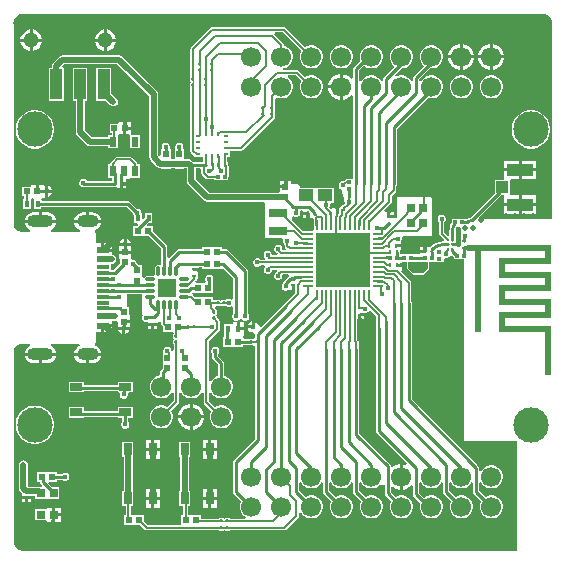
<source format=gbr>
%TF.GenerationSoftware,Altium Limited,Altium Designer Develop,26.0.0 (27)*%
G04 Layer_Physical_Order=1*
G04 Layer_Color=255*
%FSLAX45Y45*%
%MOMM*%
%TF.SameCoordinates,D5E2BA32-6F81-40A5-AA13-F30F529DFF44*%
%TF.FilePolarity,Positive*%
%TF.FileFunction,Copper,L1,Top,Signal*%
%TF.Part,Single*%
G01*
G75*
%TA.AperFunction,Conductor*%
%ADD10C,0.25400*%
%ADD11C,0.26391*%
%TA.AperFunction,SMDPad,CuDef*%
%ADD12R,2.20000X1.05000*%
%ADD13R,0.30000X0.27000*%
%TA.AperFunction,BGAPad,CuDef*%
%ADD14R,0.25000X0.25000*%
%TA.AperFunction,SMDPad,CuDef*%
%ADD15R,0.70000X0.75000*%
%ADD16R,0.27000X0.30000*%
G04:AMPARAMS|DCode=17|XSize=0.22mm|YSize=0.81mm|CornerRadius=0.0275mm|HoleSize=0mm|Usage=FLASHONLY|Rotation=0.000|XOffset=0mm|YOffset=0mm|HoleType=Round|Shape=RoundedRectangle|*
%AMROUNDEDRECTD17*
21,1,0.22000,0.75500,0,0,0.0*
21,1,0.16500,0.81000,0,0,0.0*
1,1,0.05500,0.08250,-0.37750*
1,1,0.05500,-0.08250,-0.37750*
1,1,0.05500,-0.08250,0.37750*
1,1,0.05500,0.08250,0.37750*
%
%ADD17ROUNDEDRECTD17*%
%ADD18R,0.25000X0.45000*%
%ADD19R,0.50000X0.50000*%
%ADD20R,0.60000X0.90000*%
%ADD21R,0.50000X0.50000*%
%ADD22R,0.60000X0.55000*%
G04:AMPARAMS|DCode=23|XSize=0.81mm|YSize=0.22mm|CornerRadius=0.0275mm|HoleSize=0mm|Usage=FLASHONLY|Rotation=0.000|XOffset=0mm|YOffset=0mm|HoleType=Round|Shape=RoundedRectangle|*
%AMROUNDEDRECTD23*
21,1,0.81000,0.16500,0,0,0.0*
21,1,0.75500,0.22000,0,0,0.0*
1,1,0.05500,0.37750,-0.08250*
1,1,0.05500,-0.37750,-0.08250*
1,1,0.05500,-0.37750,0.08250*
1,1,0.05500,0.37750,0.08250*
%
%ADD23ROUNDEDRECTD23*%
%ADD24R,4.60000X4.60000*%
%ADD25R,1.65000X1.65000*%
%ADD26R,0.40000X0.60000*%
%ADD27R,0.55000X0.60000*%
%TA.AperFunction,ConnectorPad*%
%ADD28R,1.10000X0.60000*%
%TA.AperFunction,SMDPad,CuDef*%
%ADD29R,0.65000X1.05000*%
%ADD30R,0.70000X0.70000*%
%ADD31R,0.50800X0.50800*%
%ADD32R,0.30000X0.30000*%
%ADD33R,1.05000X1.00000*%
%ADD34R,1.50000X0.80000*%
G04:AMPARAMS|DCode=35|XSize=0.254mm|YSize=0.3556mm|CornerRadius=0.0635mm|HoleSize=0mm|Usage=FLASHONLY|Rotation=270.000|XOffset=0mm|YOffset=0mm|HoleType=Round|Shape=RoundedRectangle|*
%AMROUNDEDRECTD35*
21,1,0.25400,0.22860,0,0,270.0*
21,1,0.12700,0.35560,0,0,270.0*
1,1,0.12700,-0.11430,-0.06350*
1,1,0.12700,-0.11430,0.06350*
1,1,0.12700,0.11430,0.06350*
1,1,0.12700,0.11430,-0.06350*
%
%ADD35ROUNDEDRECTD35*%
%ADD36O,0.30000X0.85000*%
%ADD37O,0.85000X0.30000*%
%TA.AperFunction,ConnectorPad*%
%ADD38R,1.10000X0.30000*%
%TA.AperFunction,SMDPad,CuDef*%
G04:AMPARAMS|DCode=39|XSize=0.254mm|YSize=0.3556mm|CornerRadius=0.0635mm|HoleSize=0mm|Usage=FLASHONLY|Rotation=180.000|XOffset=0mm|YOffset=0mm|HoleType=Round|Shape=RoundedRectangle|*
%AMROUNDEDRECTD39*
21,1,0.25400,0.22860,0,0,180.0*
21,1,0.12700,0.35560,0,0,180.0*
1,1,0.12700,-0.06350,0.11430*
1,1,0.12700,0.06350,0.11430*
1,1,0.12700,0.06350,-0.11430*
1,1,0.12700,-0.06350,-0.11430*
%
%ADD39ROUNDEDRECTD39*%
%ADD40R,1.05000X0.65000*%
%TA.AperFunction,ConnectorPad*%
%ADD41R,1.00000X2.50000*%
%TA.AperFunction,SMDPad,CuDef*%
%ADD42R,0.30000X0.30000*%
%ADD43R,0.45000X0.25000*%
%ADD44R,1.20606X1.05822*%
%TA.AperFunction,Conductor*%
%ADD45C,0.17780*%
%ADD46C,0.45720*%
%ADD47C,0.50800*%
%ADD48C,0.15240*%
%ADD49C,0.28600*%
%ADD50C,0.26721*%
%ADD51C,0.17800*%
%TA.AperFunction,ComponentPad*%
%ADD52C,3.00000*%
%ADD53C,1.70000*%
%ADD54C,0.45000*%
%ADD55C,1.30000*%
G04:AMPARAMS|DCode=56|XSize=1mm|YSize=1.8mm|CornerRadius=0.5mm|HoleSize=0mm|Usage=FLASHONLY|Rotation=270.000|XOffset=0mm|YOffset=0mm|HoleType=Round|Shape=RoundedRectangle|*
%AMROUNDEDRECTD56*
21,1,1.00000,0.80000,0,0,270.0*
21,1,0.00000,1.80000,0,0,270.0*
1,1,1.00000,-0.40000,0.00000*
1,1,1.00000,-0.40000,0.00000*
1,1,1.00000,0.40000,0.00000*
1,1,1.00000,0.40000,0.00000*
%
%ADD56ROUNDEDRECTD56*%
G04:AMPARAMS|DCode=57|XSize=1mm|YSize=2.2mm|CornerRadius=0.5mm|HoleSize=0mm|Usage=FLASHONLY|Rotation=270.000|XOffset=0mm|YOffset=0mm|HoleType=Round|Shape=RoundedRectangle|*
%AMROUNDEDRECTD57*
21,1,1.00000,1.20000,0,0,270.0*
21,1,0.00000,2.20000,0,0,270.0*
1,1,1.00000,-0.60000,0.00000*
1,1,1.00000,-0.60000,0.00000*
1,1,1.00000,0.60000,0.00000*
1,1,1.00000,0.60000,0.00000*
%
%ADD57ROUNDEDRECTD57*%
%TA.AperFunction,ViaPad*%
%ADD58C,0.45000*%
%ADD59C,0.50000*%
G36*
X4500000Y4480897D02*
X4507968D01*
X4523596Y4477788D01*
X4538319Y4471690D01*
X4551568Y4462837D01*
X4562837Y4451568D01*
X4571690Y4438320D01*
X4577788Y4423595D01*
X4580897Y4407968D01*
X4580897Y4400000D01*
X4580895Y2741507D01*
X3967159D01*
X3961327Y2755587D01*
X4153592Y2947853D01*
X4161485D01*
X4173867Y2940953D01*
X4173867Y2932613D01*
Y2875753D01*
X4296568D01*
Y2940953D01*
X4234349D01*
X4221968Y2947854D01*
X4221967Y2956193D01*
Y3064913D01*
X4221968Y3073253D01*
X4234349Y3080153D01*
X4296567D01*
Y3145353D01*
X4173867D01*
Y3088493D01*
X4173867Y3080154D01*
X4161485Y3073253D01*
X4091567D01*
Y2960506D01*
X3893179Y2762118D01*
X3882227Y2751759D01*
X3869554Y2746509D01*
X3854396Y2745887D01*
X3841854D01*
Y2745500D01*
X3791983D01*
Y2745500D01*
X3787382D01*
Y2745500D01*
X3731982D01*
Y2718226D01*
X3726094Y2710553D01*
X3713653Y2680517D01*
X3711554Y2665541D01*
X3710938Y2661977D01*
X3711115Y2661087D01*
X3709832Y2648064D01*
X3709496Y2644650D01*
X3709496Y2644648D01*
X3709722D01*
X3709723Y2644647D01*
Y2601716D01*
X3694483Y2595734D01*
X3664333Y2625883D01*
Y2713149D01*
X3664839Y2713359D01*
X3674741Y2723261D01*
X3680100Y2736198D01*
Y2750202D01*
X3674741Y2763139D01*
X3664839Y2773041D01*
X3651902Y2778400D01*
X3637898D01*
X3624961Y2773041D01*
X3615059Y2763139D01*
X3609700Y2750202D01*
Y2736198D01*
X3615059Y2723261D01*
X3622897Y2715423D01*
Y2617303D01*
X3622896Y2617302D01*
X3624474Y2609373D01*
X3628965Y2602652D01*
X3664175Y2567442D01*
X3660883Y2556756D01*
X3657778Y2552286D01*
X3629098Y2549461D01*
X3599883Y2540599D01*
X3572958Y2526208D01*
X3554770Y2511281D01*
X3541022Y2507680D01*
X3541022Y2507681D01*
Y2507680D01*
X3541021Y2507680D01*
X3514821D01*
Y2467280D01*
X3502121D01*
Y2454580D01*
X3463222D01*
Y2443480D01*
X3288680D01*
Y2477200D01*
X3295592D01*
Y2504900D01*
X3256691D01*
Y2530300D01*
X3295592D01*
Y2549852D01*
X3301361Y2555621D01*
X3306720Y2568558D01*
Y2582562D01*
X3317281Y2596889D01*
X3545897D01*
X3555617Y2600915D01*
X3559643Y2610635D01*
Y2915435D01*
X3555617Y2925156D01*
X3545897Y2929182D01*
X3278504D01*
X3268784Y2925156D01*
X3264758Y2915435D01*
Y2747807D01*
X3236680D01*
Y2747969D01*
X3196280D01*
Y2760669D01*
X3183580D01*
Y2799569D01*
X3162658D01*
X3156345Y2814809D01*
X3215965Y2874430D01*
X3220737Y2881571D01*
X3222413Y2889995D01*
Y2937282D01*
X3254065Y2968935D01*
X3258837Y2976076D01*
X3260513Y2984500D01*
Y3022526D01*
X3262426Y3025389D01*
X3264398Y3035300D01*
Y3507173D01*
X3525146Y3767921D01*
X3543138Y3763100D01*
X3568862D01*
X3593711Y3769758D01*
X3615989Y3782621D01*
X3634179Y3800811D01*
X3647042Y3823089D01*
X3653700Y3847938D01*
Y3873662D01*
X3647042Y3898511D01*
X3634179Y3920789D01*
X3615989Y3938979D01*
X3593711Y3951842D01*
X3568862Y3958500D01*
X3543138D01*
X3518289Y3951842D01*
X3496011Y3938979D01*
X3477821Y3920789D01*
X3470138Y3907482D01*
X3454898Y3911565D01*
Y3926273D01*
X3545725Y4017100D01*
X3568862D01*
X3593711Y4023758D01*
X3615989Y4036621D01*
X3634179Y4054811D01*
X3647042Y4077089D01*
X3653700Y4101938D01*
Y4127662D01*
X3647042Y4152511D01*
X3634179Y4174789D01*
X3615989Y4192979D01*
X3593711Y4205842D01*
X3568862Y4212500D01*
X3543138D01*
X3518289Y4205842D01*
X3496011Y4192979D01*
X3477821Y4174789D01*
X3464958Y4152511D01*
X3458300Y4127662D01*
Y4101938D01*
X3464958Y4077089D01*
X3477821Y4054811D01*
X3494003Y4038628D01*
X3410688Y3955312D01*
X3405074Y3946911D01*
X3403102Y3937000D01*
Y3911565D01*
X3387862Y3907482D01*
X3380179Y3920789D01*
X3361989Y3938979D01*
X3339711Y3951842D01*
X3314862Y3958500D01*
X3289138D01*
X3264289Y3951842D01*
X3258613Y3948564D01*
X3249255Y3960759D01*
X3305596Y4017100D01*
X3314862D01*
X3339711Y4023758D01*
X3361989Y4036621D01*
X3380179Y4054811D01*
X3393042Y4077089D01*
X3399700Y4101938D01*
Y4127662D01*
X3393042Y4152511D01*
X3380179Y4174789D01*
X3361989Y4192979D01*
X3339711Y4205842D01*
X3314862Y4212500D01*
X3289138D01*
X3264289Y4205842D01*
X3242011Y4192979D01*
X3223821Y4174789D01*
X3210958Y4152511D01*
X3204300Y4127662D01*
Y4101938D01*
X3210958Y4077089D01*
X3223821Y4054811D01*
X3242011Y4036621D01*
X3243157Y4027911D01*
X3156688Y3941441D01*
X3151074Y3933040D01*
X3149102Y3923129D01*
Y3911565D01*
X3133862Y3907482D01*
X3126179Y3920789D01*
X3107989Y3938979D01*
X3085711Y3951842D01*
X3060862Y3958500D01*
X3035138D01*
X3010289Y3951842D01*
X2988011Y3938979D01*
X2969821Y3920789D01*
X2962138Y3907482D01*
X2946898Y3911565D01*
Y4002473D01*
X2984528Y4040103D01*
X2988011Y4036621D01*
X3010289Y4023758D01*
X3035138Y4017100D01*
X3060862D01*
X3085711Y4023758D01*
X3107989Y4036621D01*
X3126179Y4054811D01*
X3139042Y4077089D01*
X3145700Y4101938D01*
Y4127662D01*
X3139042Y4152511D01*
X3126179Y4174789D01*
X3107989Y4192979D01*
X3085711Y4205842D01*
X3060862Y4212500D01*
X3035138D01*
X3010289Y4205842D01*
X2988011Y4192979D01*
X2969821Y4174789D01*
X2956958Y4152511D01*
X2950300Y4127662D01*
Y4101938D01*
X2955121Y4083946D01*
X2902688Y4031512D01*
X2897074Y4023111D01*
X2895102Y4013200D01*
Y3934574D01*
X2879862Y3931067D01*
X2861787Y3949142D01*
X2836613Y3963676D01*
X2808534Y3971200D01*
X2806700D01*
Y3860800D01*
Y3750400D01*
X2808534D01*
X2836613Y3757924D01*
X2861787Y3772458D01*
X2879862Y3790533D01*
X2895102Y3787026D01*
Y3093204D01*
X2885200Y3082065D01*
X2829800D01*
Y3073866D01*
X2822716Y3072457D01*
X2815575Y3067686D01*
X2810769Y3062880D01*
X2799698D01*
X2786761Y3057521D01*
X2776859Y3047619D01*
X2771500Y3034682D01*
Y3020678D01*
X2776859Y3007741D01*
X2786761Y2997839D01*
X2795015Y2994420D01*
X2791983Y2979180D01*
X2761600D01*
Y2951479D01*
X2800500D01*
Y2926079D01*
X2761600D01*
Y2898380D01*
X2764500D01*
Y2891753D01*
X2804900D01*
Y2866353D01*
X2764500D01*
Y2840154D01*
X2752661Y2831942D01*
X2716084D01*
Y2831943D01*
X2704247Y2828327D01*
X2702931Y2829270D01*
X2693693Y2839638D01*
X2697854Y2849683D01*
Y2863687D01*
X2705906Y2875738D01*
X2730094D01*
Y3006960D01*
X2584135D01*
X2584089Y3006979D01*
X2564878D01*
X2564832Y3006960D01*
X2441787D01*
Y3022600D01*
X2437761Y3032320D01*
X2428041Y3036346D01*
X2371960D01*
Y3067200D01*
X2334260D01*
Y3016800D01*
X2321560D01*
Y3004100D01*
X2271160D01*
Y2966400D01*
X2256232Y2965647D01*
X1673991D01*
X1562847Y3076791D01*
Y3172997D01*
X1596458D01*
X1610297Y3167862D01*
Y3131337D01*
X1611973Y3122913D01*
X1616745Y3115772D01*
X1649282Y3083234D01*
X1656423Y3078463D01*
X1664847Y3076787D01*
X1720300D01*
Y3071100D01*
X1775700D01*
Y3071100D01*
X1780300D01*
Y3071100D01*
X1835700D01*
Y3095369D01*
X1837656Y3097325D01*
X1842427Y3104466D01*
X1844103Y3112890D01*
Y3167863D01*
X1842427Y3176287D01*
X1840629Y3178979D01*
Y3193805D01*
X1838953Y3202229D01*
X1836925Y3205263D01*
Y3226600D01*
X1829714D01*
Y3265300D01*
X1854500D01*
Y3321427D01*
X1946440D01*
X1954864Y3323102D01*
X1962005Y3327874D01*
X2225365Y3591234D01*
X2230137Y3598376D01*
X2231813Y3606800D01*
Y3609922D01*
X2234095Y3613337D01*
X2235573Y3620770D01*
Y3643630D01*
X2234095Y3651063D01*
X2229884Y3657364D01*
Y3657836D01*
X2234095Y3664137D01*
X2235573Y3671570D01*
Y3694430D01*
X2234095Y3701863D01*
X2231916Y3705124D01*
Y3761614D01*
X2247156Y3770413D01*
X2248289Y3769758D01*
X2273138Y3763100D01*
X2298862D01*
X2323711Y3769758D01*
X2345989Y3782621D01*
X2364179Y3800811D01*
X2377042Y3823089D01*
X2383700Y3847938D01*
Y3873662D01*
X2377042Y3898511D01*
X2364179Y3920789D01*
X2345989Y3938979D01*
X2339307Y3942837D01*
X2343391Y3958077D01*
X2411592D01*
X2457084Y3912585D01*
X2448958Y3898511D01*
X2442300Y3873662D01*
Y3847938D01*
X2448958Y3823089D01*
X2461821Y3800811D01*
X2480011Y3782621D01*
X2502289Y3769758D01*
X2527138Y3763100D01*
X2552862D01*
X2577711Y3769758D01*
X2599989Y3782621D01*
X2618179Y3800811D01*
X2631042Y3823089D01*
X2637700Y3847938D01*
Y3873662D01*
X2631042Y3898511D01*
X2618179Y3920789D01*
X2599989Y3938979D01*
X2577711Y3951842D01*
X2552862Y3958500D01*
X2527138D01*
X2502289Y3951842D01*
X2488215Y3943716D01*
X2436275Y3995655D01*
X2429134Y4000427D01*
X2420710Y4002103D01*
X2299449D01*
X2298863Y4017100D01*
X2323711Y4023758D01*
X2345989Y4036621D01*
X2364179Y4054811D01*
X2377042Y4077089D01*
X2383700Y4101938D01*
Y4127662D01*
X2377042Y4152511D01*
X2364179Y4174789D01*
X2345989Y4192979D01*
X2323711Y4205842D01*
X2308013Y4210048D01*
Y4216400D01*
X2306337Y4224824D01*
X2301565Y4231965D01*
X2227384Y4306147D01*
X2228910Y4314297D01*
X2233009Y4321387D01*
X2302282D01*
X2457084Y4166585D01*
X2448958Y4152511D01*
X2442300Y4127662D01*
Y4101938D01*
X2448958Y4077089D01*
X2461821Y4054811D01*
X2480011Y4036621D01*
X2502289Y4023758D01*
X2527138Y4017100D01*
X2552862D01*
X2577711Y4023758D01*
X2599989Y4036621D01*
X2618179Y4054811D01*
X2631042Y4077089D01*
X2637700Y4101938D01*
Y4127662D01*
X2631042Y4152511D01*
X2618179Y4174789D01*
X2599989Y4192979D01*
X2577711Y4205842D01*
X2552862Y4212500D01*
X2527138D01*
X2502289Y4205842D01*
X2488215Y4197716D01*
X2326965Y4358965D01*
X2319824Y4363737D01*
X2311400Y4365413D01*
X1701800D01*
X1693376Y4363737D01*
X1686235Y4358966D01*
X1523675Y4196405D01*
X1518903Y4189264D01*
X1517227Y4180840D01*
Y3947284D01*
X1516171Y3945703D01*
X1514692Y3938270D01*
Y3915410D01*
X1516171Y3907977D01*
X1520381Y3901676D01*
Y3901204D01*
X1516171Y3894903D01*
X1514692Y3887470D01*
Y3864610D01*
X1516171Y3857177D01*
X1517227Y3855596D01*
Y3320027D01*
X1518903Y3311603D01*
X1523675Y3304462D01*
X1549100Y3279036D01*
Y3265300D01*
X1619500D01*
X1626600Y3253001D01*
Y3237800D01*
X1626600D01*
X1621700Y3226595D01*
X1607206Y3224792D01*
X1541845D01*
X1530469Y3236169D01*
X1517866Y3244589D01*
X1503000Y3247546D01*
X1462600D01*
Y3336400D01*
X1462600D01*
X1457110Y3344616D01*
X1457600Y3345798D01*
Y3359802D01*
X1452241Y3372739D01*
X1442339Y3382641D01*
X1429402Y3388000D01*
X1415398D01*
X1402461Y3382641D01*
X1392559Y3372739D01*
X1387200Y3359802D01*
Y3345798D01*
X1387690Y3344616D01*
X1382200Y3336400D01*
X1382200D01*
Y3247546D01*
X1348300D01*
Y3336400D01*
X1348300D01*
X1342810Y3344616D01*
X1343300Y3345798D01*
Y3359802D01*
X1337941Y3372739D01*
X1328039Y3382641D01*
X1315102Y3388000D01*
X1301098D01*
X1288161Y3382641D01*
X1278259Y3372739D01*
X1272900Y3359802D01*
Y3345798D01*
X1273390Y3344616D01*
X1267900Y3336400D01*
X1267900D01*
Y3283853D01*
X1252769Y3277085D01*
X1245347Y3282956D01*
Y3797300D01*
X1242389Y3812166D01*
X1233969Y3824769D01*
X941869Y4116869D01*
X929266Y4125289D01*
X914400Y4128247D01*
X431800D01*
X416934Y4125289D01*
X404331Y4116869D01*
X353531Y4066069D01*
X345111Y4053466D01*
X342153Y4038600D01*
Y4019100D01*
X319900D01*
Y3743700D01*
X445300D01*
Y4019100D01*
X437990D01*
X431677Y4034340D01*
X447891Y4050553D01*
X898309D01*
X1167653Y3781209D01*
Y3263900D01*
X1170611Y3249034D01*
X1179031Y3236431D01*
X1234231Y3181231D01*
X1246834Y3172811D01*
X1261700Y3169853D01*
X1267900D01*
Y3166000D01*
X1348300D01*
Y3169853D01*
X1382200D01*
Y3166000D01*
X1462600D01*
Y3169853D01*
X1485153D01*
Y3060700D01*
X1488111Y3045834D01*
X1496531Y3033231D01*
X1630431Y2899332D01*
X1643034Y2890911D01*
X1657900Y2887954D01*
X2137401D01*
X2146295Y2872713D01*
X2145254Y2870200D01*
Y2590800D01*
X2149280Y2581080D01*
X2159000Y2577054D01*
X2292292D01*
X2302475Y2561813D01*
X2301600Y2559702D01*
Y2545698D01*
X2306959Y2532761D01*
X2314787Y2524933D01*
Y2514600D01*
X2316463Y2506176D01*
X2321235Y2499035D01*
X2328471Y2491798D01*
X2322158Y2476558D01*
X2299568D01*
X2295800Y2482198D01*
Y2496202D01*
X2290441Y2509139D01*
X2280539Y2519041D01*
X2267602Y2524400D01*
X2253598D01*
X2240661Y2519041D01*
X2230759Y2509139D01*
X2225400Y2496202D01*
Y2482198D01*
X2230759Y2469261D01*
X2240661Y2459359D01*
X2250817Y2455152D01*
X2255716Y2450253D01*
X2249404Y2435013D01*
X2206900D01*
Y2445402D01*
X2201541Y2458339D01*
X2191639Y2468241D01*
X2178702Y2473600D01*
X2164698D01*
X2151761Y2468241D01*
X2141859Y2458339D01*
X2136500Y2445402D01*
Y2431398D01*
X2141859Y2418461D01*
X2148522Y2411798D01*
X2144017Y2396812D01*
X2143850Y2396558D01*
X2110922D01*
X2102916Y2404564D01*
X2089979Y2409923D01*
X2075976D01*
X2063038Y2404564D01*
X2053136Y2394662D01*
X2047777Y2381724D01*
Y2367721D01*
X2053136Y2354784D01*
X2063038Y2344882D01*
X2075976Y2339523D01*
X2089979D01*
X2102916Y2344882D01*
X2110567Y2352533D01*
X2142228D01*
X2147813Y2337293D01*
X2141859Y2331339D01*
X2136500Y2318402D01*
Y2304398D01*
X2141859Y2291461D01*
X2151761Y2281559D01*
X2164698Y2276200D01*
X2178702D01*
X2191639Y2281559D01*
X2201541Y2291461D01*
X2206900Y2304398D01*
Y2312533D01*
X2247149D01*
X2253462Y2297293D01*
X2250817Y2294648D01*
X2240661Y2290441D01*
X2230759Y2280539D01*
X2225400Y2267602D01*
Y2253598D01*
X2230759Y2240661D01*
X2240661Y2230759D01*
X2253598Y2225400D01*
X2267602D01*
X2280539Y2230759D01*
X2290441Y2240661D01*
X2295800Y2253598D01*
Y2267602D01*
X2299094Y2272532D01*
X2347010D01*
X2347773Y2270594D01*
X2349545Y2257292D01*
X2343888Y2253512D01*
X2305788Y2215412D01*
X2300174Y2207011D01*
X2298202Y2197100D01*
Y2195582D01*
X2294259Y2191639D01*
X2288900Y2178702D01*
Y2164698D01*
X2294259Y2151761D01*
X2304161Y2141859D01*
X2317098Y2136500D01*
X2331102D01*
X2333359Y2137435D01*
X2347201Y2142400D01*
X2347200Y2142400D01*
X2347201Y2142400D01*
X2374900D01*
Y2181300D01*
X2400300D01*
Y2142400D01*
X2403687D01*
Y2117318D01*
X2317567Y2031198D01*
X2314189Y2030526D01*
X2305788Y2024912D01*
X2112170Y1831295D01*
X2096930Y1837607D01*
Y1839025D01*
X2089637Y1856631D01*
X2076163Y1870105D01*
X2061730Y1876083D01*
Y1829497D01*
X2049030D01*
Y1816797D01*
X2002444D01*
X2008422Y1802364D01*
X2021897Y1788890D01*
X2039502Y1781598D01*
X2048697D01*
X2061117Y1771157D01*
X2062010Y1767518D01*
Y1736976D01*
X2058583Y1733631D01*
X2046769Y1726909D01*
X2043430Y1727573D01*
X2032626D01*
X2032000Y1727698D01*
X1970975D01*
X1965208Y1740836D01*
X1965083Y1742938D01*
X1968140Y1755620D01*
X1968140Y1755857D01*
Y1798320D01*
X1922740D01*
Y1811020D01*
X1910040D01*
Y1866420D01*
X1877340D01*
Y1861784D01*
X1865440Y1853720D01*
X1862100Y1853720D01*
X1800040D01*
Y1768320D01*
X1801197D01*
Y1742000D01*
X1794400D01*
Y1661600D01*
X1964800D01*
Y1675902D01*
X2032000D01*
X2032626Y1676027D01*
X2043430D01*
X2046769Y1676691D01*
X2058583Y1669969D01*
X2062010Y1666624D01*
Y1434234D01*
Y1359766D01*
Y1168400D01*
Y879434D01*
X1886688Y704112D01*
X1881074Y695711D01*
X1879102Y685800D01*
Y431800D01*
X1881074Y421889D01*
X1886688Y413488D01*
X1947073Y353102D01*
X1940958Y342511D01*
X1934300Y317662D01*
Y291938D01*
X1940958Y267089D01*
X1953821Y244811D01*
X1972011Y226621D01*
X1983228Y220145D01*
X1979144Y204905D01*
X1851063D01*
X1847663Y207176D01*
X1840230Y208655D01*
X1817370D01*
X1809937Y207176D01*
X1803636Y202966D01*
X1803164D01*
X1796863Y207176D01*
X1789430Y208655D01*
X1766570D01*
X1759137Y207176D01*
X1755722Y204894D01*
X1603536D01*
Y232520D01*
X1497848D01*
Y311500D01*
X1512500D01*
Y441900D01*
X1506147D01*
Y726500D01*
X1512500D01*
Y856900D01*
X1422100D01*
Y726500D01*
X1428454D01*
Y441900D01*
X1422100D01*
Y311500D01*
X1453823D01*
Y232520D01*
X1433136D01*
Y152120D01*
X1419183Y149013D01*
X1156640D01*
X1124902Y180751D01*
Y232520D01*
X1012613D01*
Y311500D01*
X1029900D01*
Y441900D01*
X1029447D01*
Y726500D01*
X1029900D01*
Y856900D01*
X939500D01*
Y726500D01*
X951753D01*
Y441900D01*
X939500D01*
Y311500D01*
X968587D01*
Y232520D01*
X954502D01*
Y152120D01*
X1091271D01*
X1131956Y111435D01*
X1139098Y106663D01*
X1147522Y104987D01*
X1755722D01*
X1759137Y102705D01*
X1766570Y101227D01*
X1789430D01*
X1796863Y102705D01*
X1801178Y105589D01*
X1805622D01*
X1809937Y102705D01*
X1817370Y101227D01*
X1840230D01*
X1847663Y102705D01*
X1851078Y104987D01*
X2311400D01*
X2319824Y106663D01*
X2326965Y111435D01*
X2428565Y213034D01*
X2433337Y220176D01*
X2435013Y228600D01*
Y253132D01*
X2437989Y255608D01*
X2457609Y252106D01*
X2461821Y244811D01*
X2480011Y226621D01*
X2502289Y213758D01*
X2527138Y207100D01*
X2552862D01*
X2577711Y213758D01*
X2599989Y226621D01*
X2618179Y244811D01*
X2631042Y267089D01*
X2637700Y291938D01*
Y317662D01*
X2631042Y342511D01*
X2618179Y364789D01*
X2599989Y382979D01*
X2577711Y395842D01*
X2552862Y402500D01*
X2527138D01*
X2502289Y395842D01*
X2491698Y389727D01*
X2438898Y442527D01*
Y508035D01*
X2454138Y512118D01*
X2461821Y498811D01*
X2480011Y480621D01*
X2502289Y467758D01*
X2527138Y461100D01*
X2552862D01*
X2577711Y467758D01*
X2599989Y480621D01*
X2618179Y498811D01*
X2625862Y512118D01*
X2641102Y508035D01*
Y431800D01*
X2643074Y421889D01*
X2648688Y413488D01*
X2709073Y353102D01*
X2702958Y342511D01*
X2696300Y317662D01*
Y291938D01*
X2702958Y267089D01*
X2715821Y244811D01*
X2734011Y226621D01*
X2756289Y213758D01*
X2781138Y207100D01*
X2806862D01*
X2831711Y213758D01*
X2853989Y226621D01*
X2872179Y244811D01*
X2885042Y267089D01*
X2891700Y291938D01*
Y317662D01*
X2885042Y342511D01*
X2872179Y364789D01*
X2853989Y382979D01*
X2831711Y395842D01*
X2806862Y402500D01*
X2781138D01*
X2756289Y395842D01*
X2745698Y389727D01*
X2692898Y442527D01*
Y508035D01*
X2708138Y512118D01*
X2715821Y498811D01*
X2734011Y480621D01*
X2756289Y467758D01*
X2781138Y461100D01*
X2806862D01*
X2831711Y467758D01*
X2853989Y480621D01*
X2872179Y498811D01*
X2879862Y512118D01*
X2895102Y508035D01*
Y431800D01*
X2897074Y421889D01*
X2902688Y413488D01*
X2963073Y353102D01*
X2956958Y342511D01*
X2950300Y317662D01*
Y291938D01*
X2956958Y267089D01*
X2969821Y244811D01*
X2988011Y226621D01*
X3010289Y213758D01*
X3035138Y207100D01*
X3060862D01*
X3085711Y213758D01*
X3107989Y226621D01*
X3126179Y244811D01*
X3139042Y267089D01*
X3145700Y291938D01*
Y317662D01*
X3139042Y342511D01*
X3126179Y364789D01*
X3107989Y382979D01*
X3085711Y395842D01*
X3060862Y402500D01*
X3035138D01*
X3010289Y395842D01*
X2999698Y389727D01*
X2946898Y442527D01*
Y508035D01*
X2962138Y512118D01*
X2969821Y498811D01*
X2988011Y480621D01*
X3010289Y467758D01*
X3035138Y461100D01*
X3060862D01*
X3085711Y467758D01*
X3107989Y480621D01*
X3120071Y492703D01*
X3125626Y491598D01*
X3135346Y487572D01*
X3162298D01*
Y418604D01*
X3164269Y408694D01*
X3169883Y400292D01*
X3217073Y353102D01*
X3210958Y342511D01*
X3204300Y317662D01*
Y291938D01*
X3210958Y267089D01*
X3223821Y244811D01*
X3242011Y226621D01*
X3264289Y213758D01*
X3289138Y207100D01*
X3314862D01*
X3339711Y213758D01*
X3361989Y226621D01*
X3380179Y244811D01*
X3393042Y267089D01*
X3399700Y291938D01*
Y317662D01*
X3393042Y342511D01*
X3380179Y364789D01*
X3361989Y382979D01*
X3339711Y395842D01*
X3314862Y402500D01*
X3289138D01*
X3264289Y395842D01*
X3253698Y389727D01*
X3214093Y429332D01*
Y470666D01*
X3228173Y476498D01*
X3234213Y470458D01*
X3259387Y455924D01*
X3287466Y448400D01*
X3289300D01*
Y558800D01*
Y669200D01*
X3287466D01*
X3259387Y661676D01*
X3234213Y647142D01*
X3228173Y641102D01*
X3219690Y644616D01*
X3213866Y648347D01*
X3212122Y657115D01*
X3206508Y665517D01*
X2946898Y925127D01*
Y1638300D01*
X2944926Y1648211D01*
X2943013Y1651074D01*
Y1696720D01*
X2941337Y1705144D01*
X2936566Y1712285D01*
X2928713Y1720138D01*
Y1892666D01*
X2937167D01*
Y1931565D01*
X2949867D01*
Y1944265D01*
X2990267D01*
Y1946000D01*
X3004202D01*
X3017139Y1951359D01*
X3026924Y1961144D01*
X3027049Y1961262D01*
X3044950Y1964672D01*
X3089487Y1920135D01*
Y1835372D01*
X3087574Y1832508D01*
X3085602Y1822598D01*
Y949418D01*
X3087574Y939508D01*
X3093188Y931106D01*
X3347655Y676639D01*
X3339766Y662975D01*
X3316534Y669200D01*
X3314700D01*
Y558800D01*
Y448400D01*
X3316534D01*
X3344613Y455924D01*
X3369787Y470458D01*
X3387862Y488533D01*
X3403102Y485026D01*
Y410140D01*
X3405074Y400229D01*
X3410688Y391828D01*
X3463912Y338604D01*
X3458300Y317662D01*
Y291938D01*
X3464958Y267089D01*
X3477821Y244811D01*
X3496011Y226621D01*
X3518289Y213758D01*
X3543138Y207100D01*
X3568862D01*
X3593711Y213758D01*
X3615989Y226621D01*
X3634179Y244811D01*
X3647042Y267089D01*
X3653700Y291938D01*
Y317662D01*
X3647042Y342511D01*
X3634179Y364789D01*
X3615989Y382979D01*
X3593711Y395842D01*
X3568862Y402500D01*
X3543138D01*
X3518289Y395842D01*
X3496011Y382979D01*
X3494398Y381367D01*
X3454898Y420867D01*
Y508035D01*
X3470138Y512118D01*
X3477821Y498811D01*
X3496011Y480621D01*
X3518289Y467758D01*
X3543138Y461100D01*
X3568862D01*
X3593711Y467758D01*
X3615989Y480621D01*
X3634179Y498811D01*
X3641862Y512118D01*
X3657102Y508035D01*
Y431800D01*
X3659074Y421889D01*
X3664688Y413488D01*
X3725073Y353102D01*
X3718958Y342511D01*
X3712300Y317662D01*
Y291938D01*
X3718958Y267089D01*
X3731821Y244811D01*
X3750011Y226621D01*
X3772289Y213758D01*
X3797138Y207100D01*
X3822862D01*
X3847711Y213758D01*
X3869989Y226621D01*
X3888179Y244811D01*
X3901042Y267089D01*
X3907700Y291938D01*
Y317662D01*
X3901042Y342511D01*
X3888179Y364789D01*
X3869989Y382979D01*
X3847711Y395842D01*
X3822862Y402500D01*
X3797138D01*
X3772289Y395842D01*
X3761698Y389727D01*
X3708898Y442527D01*
Y508035D01*
X3724138Y512118D01*
X3731821Y498811D01*
X3750011Y480621D01*
X3772289Y467758D01*
X3797138Y461100D01*
X3822862D01*
X3847711Y467758D01*
X3869989Y480621D01*
X3888179Y498811D01*
X3895862Y512118D01*
X3911102Y508035D01*
Y431800D01*
X3913074Y421889D01*
X3918688Y413488D01*
X3979073Y353102D01*
X3972958Y342511D01*
X3966300Y317662D01*
Y291938D01*
X3972958Y267089D01*
X3985821Y244811D01*
X4004011Y226621D01*
X4026289Y213758D01*
X4051138Y207100D01*
X4076862D01*
X4101711Y213758D01*
X4123989Y226621D01*
X4142179Y244811D01*
X4155042Y267089D01*
X4161700Y291938D01*
Y317662D01*
X4155042Y342511D01*
X4142179Y364789D01*
X4123989Y382979D01*
X4101711Y395842D01*
X4076862Y402500D01*
X4051138D01*
X4026289Y395842D01*
X4015698Y389727D01*
X3962898Y442527D01*
Y508035D01*
X3978138Y512118D01*
X3985821Y498811D01*
X4004011Y480621D01*
X4026289Y467758D01*
X4051138Y461100D01*
X4076862D01*
X4101711Y467758D01*
X4123989Y480621D01*
X4142179Y498811D01*
X4155042Y521089D01*
X4161700Y545938D01*
Y571662D01*
X4155042Y596511D01*
X4142179Y618789D01*
X4123989Y636979D01*
X4101711Y649842D01*
X4076862Y656500D01*
X4051138D01*
X4026289Y649842D01*
X4004011Y636979D01*
X3985821Y618789D01*
X3978138Y605482D01*
X3962898Y609565D01*
Y635000D01*
X3960926Y644911D01*
X3955312Y653312D01*
X3391398Y1217227D01*
Y2032000D01*
X3389426Y2041911D01*
X3387513Y2044774D01*
Y2203435D01*
X3385837Y2211858D01*
X3381066Y2219000D01*
X3300267Y2299798D01*
X3305272Y2311880D01*
X3305272D01*
Y2339580D01*
X3266372D01*
Y2364980D01*
X3305272D01*
Y2377440D01*
X3346499D01*
Y2325321D01*
X3402768Y2269052D01*
X3486199D01*
X3536998Y2319852D01*
X3536999Y2377440D01*
X3660140D01*
Y2403273D01*
X3675380Y2413456D01*
X3677817Y2412446D01*
X3691820D01*
X3704758Y2417805D01*
X3714660Y2427707D01*
X3715285Y2429217D01*
X3733262Y2432793D01*
X3746740Y2419315D01*
Y2400540D01*
X3802139D01*
Y2400540D01*
X3806740D01*
Y2400540D01*
X3836791D01*
Y1856694D01*
X3835840Y1856300D01*
X3831814Y1846580D01*
Y873760D01*
X3835840Y864040D01*
X3845560Y860014D01*
X4278854D01*
Y-65298D01*
X100000Y-65297D01*
X92108D01*
X76622Y-62247D01*
X62018Y-56260D01*
X48844Y-47564D01*
X37601Y-36487D01*
X28711Y-23444D01*
X22509Y-8931D01*
X19229Y6509D01*
X19114Y14247D01*
X19103Y1615079D01*
X19102Y1621739D01*
X21701Y1634801D01*
X26799Y1647109D01*
X34198Y1658183D01*
X38907Y1662893D01*
X38908Y1662893D01*
X43616Y1667601D01*
X54692Y1675001D01*
X66997Y1680099D01*
X80061Y1682697D01*
X86721Y1682697D01*
X156072D01*
X159103Y1667457D01*
X148975Y1663262D01*
X133224Y1651176D01*
X121138Y1635425D01*
X113541Y1617084D01*
X112621Y1610100D01*
X247000D01*
X381379D01*
X380459Y1617084D01*
X372862Y1635425D01*
X360776Y1651176D01*
X345025Y1663262D01*
X334897Y1667457D01*
X337928Y1682697D01*
X576072D01*
X579103Y1667457D01*
X568975Y1663262D01*
X553224Y1651176D01*
X541138Y1635425D01*
X533541Y1617084D01*
X532621Y1610100D01*
X647000D01*
X761379D01*
X760459Y1617084D01*
X752862Y1635425D01*
X740776Y1651176D01*
X725025Y1663262D01*
X708927Y1669930D01*
X707094Y1676637D01*
X707766Y1686089D01*
X711630Y1688670D01*
X716050Y1695286D01*
X717603Y1703089D01*
Y1784000D01*
X762300D01*
Y1839400D01*
X775000D01*
Y1852100D01*
X855400D01*
Y1880554D01*
X874600D01*
X884360Y1882495D01*
X899600Y1873348D01*
Y1828800D01*
X1005400D01*
Y1859411D01*
X952500D01*
Y1884811D01*
X1005400D01*
Y1927511D01*
X992700D01*
Y1999811D01*
X980440D01*
Y2106750D01*
X1107732D01*
Y1940200D01*
X1111759Y1930480D01*
X1109081Y1915093D01*
X1107800Y1912002D01*
Y1897998D01*
X1113159Y1885061D01*
X1123061Y1875159D01*
X1135998Y1869800D01*
X1150002D01*
X1153400Y1867529D01*
Y1863800D01*
X1193800D01*
X1242848D01*
X1244600Y1865854D01*
X1270987D01*
Y1856600D01*
X1272663Y1848176D01*
X1277435Y1841035D01*
X1286400Y1832069D01*
Y1788600D01*
X1370181D01*
X1373973Y1773360D01*
X1372705Y1771463D01*
X1371227Y1764030D01*
Y1741170D01*
X1372705Y1733737D01*
X1376916Y1727436D01*
Y1726964D01*
X1372705Y1720663D01*
X1371227Y1713230D01*
Y1690370D01*
X1372705Y1682937D01*
X1374987Y1679522D01*
Y1632120D01*
X1359747Y1625710D01*
X1356000Y1629376D01*
Y1632602D01*
X1350641Y1645539D01*
X1340739Y1655441D01*
X1327802Y1660800D01*
X1313798D01*
X1300861Y1655441D01*
X1290959Y1645539D01*
X1285600Y1632602D01*
Y1618598D01*
X1286090Y1617416D01*
X1280600Y1609200D01*
X1280600D01*
Y1523800D01*
Y1475425D01*
X1267388Y1462212D01*
X1261774Y1453811D01*
X1259802Y1443900D01*
Y1418500D01*
X1257138D01*
X1232289Y1411842D01*
X1210011Y1398979D01*
X1191821Y1380789D01*
X1178958Y1358511D01*
X1172300Y1333662D01*
Y1307938D01*
X1178958Y1283089D01*
X1191821Y1260811D01*
X1210011Y1242621D01*
X1232289Y1229758D01*
X1257138Y1223100D01*
X1282862D01*
X1307711Y1229758D01*
X1329989Y1242621D01*
X1348179Y1260811D01*
X1352391Y1268106D01*
X1372011Y1271608D01*
X1374987Y1269132D01*
Y1202918D01*
X1321785Y1149716D01*
X1307711Y1157842D01*
X1282862Y1164500D01*
X1257138D01*
X1232289Y1157842D01*
X1210011Y1144979D01*
X1191821Y1126789D01*
X1178958Y1104511D01*
X1172300Y1079662D01*
Y1053938D01*
X1178958Y1029089D01*
X1191821Y1006811D01*
X1210011Y988621D01*
X1232289Y975758D01*
X1257138Y969100D01*
X1282862D01*
X1307711Y975758D01*
X1329989Y988621D01*
X1348179Y1006811D01*
X1361042Y1029089D01*
X1367700Y1053938D01*
Y1079662D01*
X1361042Y1104511D01*
X1352916Y1118585D01*
X1412566Y1178235D01*
X1417337Y1185376D01*
X1419013Y1193800D01*
Y1269132D01*
X1421989Y1271608D01*
X1441609Y1268106D01*
X1445821Y1260811D01*
X1464011Y1242621D01*
X1486289Y1229758D01*
X1511138Y1223100D01*
X1536862D01*
X1561711Y1229758D01*
X1583989Y1242621D01*
X1602179Y1260811D01*
X1606391Y1268106D01*
X1626011Y1271608D01*
X1628987Y1269132D01*
Y1193800D01*
X1630663Y1185376D01*
X1635435Y1178235D01*
X1695084Y1118585D01*
X1686958Y1104511D01*
X1680300Y1079662D01*
Y1053938D01*
X1686958Y1029089D01*
X1699821Y1006811D01*
X1718011Y988621D01*
X1740289Y975758D01*
X1765138Y969100D01*
X1790862D01*
X1815711Y975758D01*
X1837989Y988621D01*
X1856179Y1006811D01*
X1869042Y1029089D01*
X1875700Y1053938D01*
Y1079662D01*
X1869042Y1104511D01*
X1856179Y1126789D01*
X1837989Y1144979D01*
X1815711Y1157842D01*
X1790862Y1164500D01*
X1765138D01*
X1740289Y1157842D01*
X1726215Y1149716D01*
X1673013Y1202918D01*
Y1269132D01*
X1675989Y1271608D01*
X1695609Y1268106D01*
X1699821Y1260811D01*
X1718011Y1242621D01*
X1740289Y1229758D01*
X1765138Y1223100D01*
X1790862D01*
X1815711Y1229758D01*
X1837989Y1242621D01*
X1856179Y1260811D01*
X1869042Y1283089D01*
X1875700Y1307938D01*
Y1333662D01*
X1869042Y1358511D01*
X1856179Y1380789D01*
X1837989Y1398979D01*
X1815711Y1411842D01*
X1803898Y1415007D01*
Y1524000D01*
X1801926Y1533911D01*
X1796312Y1542312D01*
X1753098Y1585527D01*
Y1601718D01*
X1757041Y1605661D01*
X1762400Y1618598D01*
Y1632602D01*
X1757041Y1645539D01*
X1747139Y1655441D01*
X1734202Y1660800D01*
X1720198D01*
X1707261Y1655441D01*
X1697359Y1645539D01*
X1692000Y1632602D01*
Y1618598D01*
X1697359Y1605661D01*
X1701302Y1601718D01*
Y1574800D01*
X1703274Y1564889D01*
X1708888Y1556488D01*
X1752102Y1513273D01*
Y1415007D01*
X1740289Y1411842D01*
X1718011Y1398979D01*
X1699821Y1380789D01*
X1695609Y1373494D01*
X1675989Y1369992D01*
X1673013Y1372468D01*
Y1706529D01*
X1761455Y1794972D01*
X1766227Y1802113D01*
X1767903Y1810537D01*
Y1873610D01*
X1766227Y1882034D01*
X1761456Y1889175D01*
X1740273Y1910358D01*
Y1916430D01*
X1738795Y1923863D01*
X1734584Y1930164D01*
Y1930636D01*
X1738795Y1936937D01*
X1740273Y1944370D01*
Y1967230D01*
X1738795Y1974663D01*
X1734584Y1980964D01*
X1728283Y1985174D01*
X1724973Y1990817D01*
X1733431Y2003624D01*
X1734652Y2003381D01*
X1757512D01*
X1764944Y2004860D01*
X1769260Y2007743D01*
X1773703D01*
X1778019Y2004860D01*
X1785452Y2003381D01*
X1808312D01*
X1815744Y2004860D01*
X1817612Y2006108D01*
X1821561Y2002159D01*
X1834498Y1996800D01*
X1848502D01*
X1861439Y2002159D01*
X1863862Y2004582D01*
X1879102Y1998270D01*
Y1941582D01*
X1875159Y1937639D01*
X1869800Y1924702D01*
Y1910698D01*
X1875159Y1897761D01*
X1885061Y1887859D01*
X1897998Y1882500D01*
X1912002D01*
X1924939Y1887859D01*
X1934841Y1897761D01*
X1934852Y1897788D01*
X1951348D01*
X1951359Y1897761D01*
X1961261Y1887859D01*
X1974198Y1882500D01*
X1988202D01*
X2001139Y1887859D01*
X2011041Y1897761D01*
X2016400Y1910698D01*
Y1924702D01*
X2011041Y1937639D01*
X2007098Y1941582D01*
Y2298700D01*
X2005126Y2308611D01*
X1999512Y2317012D01*
X1834412Y2482112D01*
X1826011Y2487726D01*
X1816100Y2489698D01*
X1787000D01*
Y2504000D01*
X1616600D01*
Y2489698D01*
X1422400D01*
X1412489Y2487726D01*
X1404088Y2482112D01*
X1334138Y2412162D01*
X1318898Y2418475D01*
Y2508700D01*
X1316926Y2518611D01*
X1311312Y2527012D01*
X1202800Y2635525D01*
Y2681800D01*
X1156047D01*
X1150364Y2695105D01*
X1159190Y2705805D01*
X1195300D01*
Y2791205D01*
X1129900D01*
Y2749826D01*
X1119380Y2739306D01*
X1105300Y2745138D01*
Y2791205D01*
X1102000D01*
Y2801002D01*
X1096641Y2813939D01*
X1086739Y2823841D01*
X1073802Y2829200D01*
X1068225D01*
X1008912Y2888512D01*
X1000511Y2894126D01*
X990600Y2896098D01*
X266276D01*
X255500Y2906874D01*
Y2912675D01*
X261959Y2920362D01*
X275700Y2923980D01*
D01*
X287020Y2928881D01*
Y2976880D01*
Y3023466D01*
X285865Y3022988D01*
X275700Y3029780D01*
Y3029780D01*
X233000D01*
Y2976880D01*
X207600D01*
Y3029780D01*
X164900D01*
Y3017080D01*
X92600D01*
Y2936680D01*
X110787D01*
Y2912675D01*
X100100D01*
Y2827275D01*
X165500D01*
Y2901990D01*
X177813Y2916054D01*
X187260D01*
X190100Y2912675D01*
X190100Y2908740D01*
Y2827275D01*
X255500D01*
Y2844302D01*
X979873D01*
X1031600Y2792575D01*
Y2786998D01*
X1036959Y2774061D01*
X1039900Y2771120D01*
Y2705805D01*
X1064955D01*
X1070639Y2692500D01*
X1061812Y2681800D01*
X1032400D01*
Y2601400D01*
X1163675D01*
X1267102Y2497973D01*
Y2363339D01*
X1256449Y2355769D01*
X1251862Y2354280D01*
X1243000Y2356043D01*
X1232192Y2353893D01*
X1223029Y2347771D01*
X1216907Y2338608D01*
X1214757Y2327800D01*
Y2273453D01*
X1214343Y2272386D01*
X1203414Y2261457D01*
X1202348Y2261043D01*
X1148000D01*
X1137192Y2258893D01*
X1128029Y2252771D01*
X1122660Y2244734D01*
X1121556Y2244605D01*
X1107420Y2253918D01*
Y2348782D01*
X1078743D01*
X1063900Y2363625D01*
Y2369202D01*
X1058541Y2382139D01*
X1048639Y2392041D01*
X1035702Y2397400D01*
X1029292D01*
X1019790Y2403372D01*
X1017200Y2411480D01*
Y2447700D01*
X911400D01*
Y2405000D01*
X924100D01*
Y2366977D01*
X868094Y2310971D01*
X842700D01*
Y2360554D01*
X850000D01*
X864866Y2363511D01*
X877469Y2371932D01*
X878369Y2372831D01*
X886789Y2385434D01*
X889747Y2400300D01*
X886789Y2415166D01*
X878369Y2427769D01*
X865766Y2436189D01*
X855400Y2438251D01*
Y2466699D01*
X775000D01*
Y2479399D01*
X762300D01*
Y2534800D01*
X717603D01*
Y2614908D01*
X716050Y2622712D01*
X711630Y2629327D01*
X706763Y2632579D01*
X706415Y2641598D01*
X708186Y2648563D01*
X725025Y2655538D01*
X740776Y2667624D01*
X752862Y2683375D01*
X760459Y2701716D01*
X761378Y2708700D01*
X647000D01*
X532621D01*
X533541Y2701716D01*
X541138Y2683375D01*
X553224Y2667624D01*
X568975Y2655538D01*
X581041Y2650540D01*
X578010Y2635300D01*
X335991D01*
X332959Y2650540D01*
X345025Y2655538D01*
X360776Y2667624D01*
X372862Y2683375D01*
X380459Y2701716D01*
X381379Y2708699D01*
X247000D01*
X112621D01*
X113541Y2701716D01*
X121138Y2683375D01*
X133224Y2667624D01*
X148975Y2655538D01*
X161041Y2650540D01*
X158009Y2635300D01*
X80066D01*
X67001Y2637899D01*
X54694Y2642996D01*
X43616Y2650398D01*
X38907Y2655107D01*
X34426Y2659589D01*
X27283Y2670063D01*
X22212Y2681683D01*
X19376Y2694094D01*
X19103Y2700441D01*
X19102Y4389966D01*
X19007Y4390446D01*
X19079Y4390931D01*
X18679Y4399391D01*
X21194Y4416144D01*
X26928Y4432086D01*
X35661Y4446601D01*
X47059Y4459136D01*
X60682Y4469205D01*
X76007Y4476425D01*
X92447Y4480516D01*
X100482Y4480897D01*
X4500000Y4480897D01*
D02*
G37*
G36*
X1706904Y4003040D02*
X1694135D01*
Y4048760D01*
X1706904D01*
Y4003040D01*
D02*
G37*
G36*
X1607865D02*
X1595096D01*
Y4048760D01*
X1607865D01*
Y4003040D01*
D02*
G37*
G36*
X1656104Y3878580D02*
X1643335D01*
Y3924300D01*
X1656104D01*
Y3878580D01*
D02*
G37*
G36*
X1548130D02*
X1535361D01*
Y3924300D01*
X1548130D01*
Y3878580D01*
D02*
G37*
G36*
X2214904Y3634740D02*
X2202135D01*
Y3680460D01*
X2214904D01*
Y3634740D01*
D02*
G37*
G36*
X2138704D02*
X2125935D01*
Y3680460D01*
X2138704D01*
Y3634740D01*
D02*
G37*
G36*
X2471424Y2806849D02*
Y2803226D01*
X2510324D01*
Y2790526D01*
X2523024D01*
Y2750125D01*
X2549223D01*
X2549224Y2750125D01*
Y2750125D01*
X2549224Y2750125D01*
X2562239Y2744754D01*
Y2691993D01*
X2562697Y2689690D01*
Y2651796D01*
X2561179Y2649945D01*
X2551300D01*
Y2640067D01*
X2549450Y2638548D01*
X2473950D01*
X2472810Y2638321D01*
X2375946Y2735185D01*
Y2759721D01*
X2391186Y2766034D01*
X2393061Y2764159D01*
X2405998Y2758800D01*
X2420002D01*
X2432939Y2764159D01*
X2442841Y2774061D01*
X2448200Y2786998D01*
Y2801002D01*
X2447098Y2803662D01*
X2456184Y2817261D01*
X2460447Y2817421D01*
X2471424Y2806849D01*
D02*
G37*
G36*
X3187793Y2397985D02*
X3187260Y2399442D01*
X3185659Y2400746D01*
X3182992Y2401897D01*
X3179259Y2402894D01*
X3174458Y2403738D01*
X3168591Y2404428D01*
X3153655Y2405349D01*
X3134453Y2405655D01*
Y2423435D01*
X3144588Y2423475D01*
X3185659Y2425957D01*
X3187260Y2426627D01*
X3187793Y2427375D01*
Y2397985D01*
D02*
G37*
G36*
X3528741Y2327378D02*
X3483069Y2281706D01*
X3404329D01*
X3356069Y2329966D01*
Y2377440D01*
X3528741D01*
Y2327378D01*
D02*
G37*
G36*
X1616600Y2322000D02*
X1786999D01*
X1787000Y2322000D01*
Y2322000D01*
X1800004Y2316271D01*
X1879102Y2237173D01*
Y2065730D01*
X1863862Y2059418D01*
X1861439Y2061841D01*
X1848502Y2067200D01*
X1834498D01*
X1821561Y2061841D01*
X1813596Y2053876D01*
X1808312Y2054928D01*
X1785452D01*
X1778019Y2053449D01*
X1771718Y2049239D01*
X1771246D01*
X1764944Y2053449D01*
X1757512Y2054928D01*
X1734652D01*
X1727219Y2053449D01*
X1726040Y2052661D01*
X1710800Y2057049D01*
Y2078720D01*
X1554811D01*
X1535165Y2098365D01*
X1533579Y2116388D01*
X1536996Y2119858D01*
X1540400Y2118800D01*
Y2118800D01*
X1710800D01*
Y2199200D01*
X1709835D01*
X1705420Y2214440D01*
X1706241Y2215261D01*
X1711600Y2228198D01*
Y2242202D01*
X1706241Y2255139D01*
X1696339Y2265041D01*
X1683402Y2270400D01*
X1669398D01*
X1656461Y2265041D01*
X1646559Y2255139D01*
X1641200Y2242202D01*
Y2228198D01*
X1646559Y2215261D01*
X1647380Y2214440D01*
X1642965Y2199200D01*
X1564443D01*
X1558611Y2213280D01*
X1564966Y2219635D01*
X1569737Y2226776D01*
X1570637Y2231300D01*
X1577100D01*
Y2275600D01*
X1589800D01*
Y2301800D01*
X1549400D01*
Y2327200D01*
X1589800D01*
Y2336302D01*
X1616600D01*
Y2322000D01*
D02*
G37*
G36*
X1794342Y2029154D02*
Y2021490D01*
X1748622D01*
Y2034259D01*
X1794342D01*
Y2029154D01*
D02*
G37*
G36*
X1546860Y1828800D02*
Y1821135D01*
X1501140D01*
Y1833904D01*
X1546860D01*
Y1828800D01*
D02*
G37*
G36*
X2080260Y1701800D02*
Y1694135D01*
X2034540D01*
Y1706904D01*
X2080260D01*
Y1701800D01*
D02*
G37*
G36*
X4573147Y2474600D02*
Y2360300D01*
X4179447D01*
Y2296800D01*
X4573147D01*
Y2246000D01*
Y2131700D01*
X4179447D01*
Y2068200D01*
X4573147D01*
Y2017400D01*
Y1903100D01*
X4179447D01*
Y1839600D01*
X4573147D01*
Y1788800D01*
Y1420500D01*
X4522347D01*
Y1788800D01*
X4128647D01*
Y1903100D01*
Y1953900D01*
X4522347D01*
Y2017400D01*
X4128647D01*
Y2068200D01*
Y2131700D01*
Y2182500D01*
X4522347D01*
Y2246000D01*
X4128647D01*
Y2296800D01*
Y2360300D01*
Y2411100D01*
X4522347D01*
Y2474600D01*
X3976247D01*
Y1781180D01*
X3925447D01*
Y2474600D01*
X3861947D01*
Y2477374D01*
X3861203Y2479367D01*
X3859892Y2481226D01*
X3858058Y2482838D01*
X3855699Y2484201D01*
X3852816Y2485317D01*
X3849408Y2486185D01*
X3845476Y2486804D01*
X3841020Y2487176D01*
X3836040Y2487300D01*
Y2512700D01*
X3841020Y2512824D01*
X3845476Y2513196D01*
X3849408Y2513816D01*
X3852816Y2514683D01*
X3855699Y2515799D01*
X3858058Y2517162D01*
X3859892Y2518774D01*
X3861203Y2520633D01*
X3861947Y2522626D01*
Y2525400D01*
X4573147D01*
Y2474600D01*
D02*
G37*
G36*
X1826260Y182882D02*
Y175217D01*
X1780540D01*
Y187986D01*
X1826260D01*
Y182882D01*
D02*
G37*
G36*
Y127000D02*
Y119335D01*
X1780540D01*
Y132104D01*
X1826260D01*
Y127000D01*
D02*
G37*
%LPC*%
G36*
X180301Y4346586D02*
Y4269100D01*
X257786D01*
X251839Y4291293D01*
X239938Y4311907D01*
X223107Y4328738D01*
X202493Y4340639D01*
X180301Y4346586D01*
D02*
G37*
G36*
X810299Y4346586D02*
Y4269100D01*
X887786D01*
X881839Y4291293D01*
X869938Y4311907D01*
X853107Y4328738D01*
X832493Y4340639D01*
X810299Y4346586D01*
D02*
G37*
G36*
X784899Y4346586D02*
X762707Y4340639D01*
X742093Y4328738D01*
X725262Y4311907D01*
X713361Y4291293D01*
X707414Y4269100D01*
X784899D01*
Y4346586D01*
D02*
G37*
G36*
X154901Y4346586D02*
X132707Y4340639D01*
X112093Y4328738D01*
X95262Y4311907D01*
X83361Y4291293D01*
X77414Y4269100D01*
X154901D01*
Y4346586D01*
D02*
G37*
G36*
X257786Y4243700D02*
X180301D01*
Y4166214D01*
X202493Y4172161D01*
X223107Y4184062D01*
X239938Y4200893D01*
X251839Y4221507D01*
X257786Y4243700D01*
D02*
G37*
G36*
X784899D02*
X707414D01*
X713361Y4221507D01*
X725262Y4200893D01*
X742093Y4184062D01*
X762707Y4172161D01*
X784899Y4166214D01*
Y4243700D01*
D02*
G37*
G36*
X887786D02*
X810299D01*
Y4166214D01*
X832493Y4172161D01*
X853107Y4184062D01*
X869938Y4200893D01*
X881839Y4221507D01*
X887786Y4243700D01*
D02*
G37*
G36*
X154901D02*
X77414D01*
X83361Y4221507D01*
X95262Y4200893D01*
X112093Y4184062D01*
X132707Y4172161D01*
X154901Y4166214D01*
Y4243700D01*
D02*
G37*
G36*
X4078534Y4225200D02*
X4076700D01*
Y4127500D01*
X4174400D01*
Y4129334D01*
X4166876Y4157413D01*
X4152342Y4182587D01*
X4131787Y4203142D01*
X4106613Y4217676D01*
X4078534Y4225200D01*
D02*
G37*
G36*
X3824534D02*
X3822700D01*
Y4127500D01*
X3920400D01*
Y4129334D01*
X3912876Y4157413D01*
X3898342Y4182587D01*
X3877787Y4203142D01*
X3852613Y4217676D01*
X3824534Y4225200D01*
D02*
G37*
G36*
X4051300D02*
X4049466D01*
X4021387Y4217676D01*
X3996213Y4203142D01*
X3975658Y4182587D01*
X3961124Y4157413D01*
X3953600Y4129334D01*
Y4127500D01*
X4051300D01*
Y4225200D01*
D02*
G37*
G36*
X3797300D02*
X3795466D01*
X3767387Y4217676D01*
X3742213Y4203142D01*
X3721658Y4182587D01*
X3707124Y4157413D01*
X3699600Y4129334D01*
Y4127500D01*
X3797300D01*
Y4225200D01*
D02*
G37*
G36*
X2806862Y4212500D02*
X2781138D01*
X2756289Y4205842D01*
X2734011Y4192979D01*
X2715821Y4174789D01*
X2702958Y4152511D01*
X2696300Y4127662D01*
Y4101938D01*
X2702958Y4077089D01*
X2715821Y4054811D01*
X2734011Y4036621D01*
X2756289Y4023758D01*
X2781138Y4017100D01*
X2806862D01*
X2831711Y4023758D01*
X2853989Y4036621D01*
X2872179Y4054811D01*
X2885042Y4077089D01*
X2891700Y4101938D01*
Y4127662D01*
X2885042Y4152511D01*
X2872179Y4174789D01*
X2853989Y4192979D01*
X2831711Y4205842D01*
X2806862Y4212500D01*
D02*
G37*
G36*
X4174400Y4102100D02*
X4076700D01*
Y4004400D01*
X4078534D01*
X4106613Y4011924D01*
X4131787Y4026458D01*
X4152342Y4047013D01*
X4166876Y4072187D01*
X4174400Y4100266D01*
Y4102100D01*
D02*
G37*
G36*
X4051300D02*
X3953600D01*
Y4100266D01*
X3961124Y4072187D01*
X3975658Y4047013D01*
X3996213Y4026458D01*
X4021387Y4011924D01*
X4049466Y4004400D01*
X4051300D01*
Y4102100D01*
D02*
G37*
G36*
X3920400D02*
X3822700D01*
Y4004400D01*
X3824534D01*
X3852613Y4011924D01*
X3877787Y4026458D01*
X3898342Y4047013D01*
X3912876Y4072187D01*
X3920400Y4100266D01*
Y4102100D01*
D02*
G37*
G36*
X3797300D02*
X3699600D01*
Y4100266D01*
X3707124Y4072187D01*
X3721658Y4047013D01*
X3742213Y4026458D01*
X3767387Y4011924D01*
X3795466Y4004400D01*
X3797300D01*
Y4102100D01*
D02*
G37*
G36*
X2781300Y3971200D02*
X2779466D01*
X2751387Y3963676D01*
X2726213Y3949142D01*
X2705658Y3928587D01*
X2691124Y3903413D01*
X2683600Y3875334D01*
Y3873500D01*
X2781300D01*
Y3971200D01*
D02*
G37*
G36*
X4076862Y3958500D02*
X4051138D01*
X4026289Y3951842D01*
X4004011Y3938979D01*
X3985821Y3920789D01*
X3972958Y3898511D01*
X3966300Y3873662D01*
Y3847938D01*
X3972958Y3823089D01*
X3985821Y3800811D01*
X4004011Y3782621D01*
X4026289Y3769758D01*
X4051138Y3763100D01*
X4076862D01*
X4101711Y3769758D01*
X4123989Y3782621D01*
X4142179Y3800811D01*
X4155042Y3823089D01*
X4161700Y3847938D01*
Y3873662D01*
X4155042Y3898511D01*
X4142179Y3920789D01*
X4123989Y3938979D01*
X4101711Y3951842D01*
X4076862Y3958500D01*
D02*
G37*
G36*
X3822862D02*
X3797138D01*
X3772289Y3951842D01*
X3750011Y3938979D01*
X3731821Y3920789D01*
X3718958Y3898511D01*
X3712300Y3873662D01*
Y3847938D01*
X3718958Y3823089D01*
X3731821Y3800811D01*
X3750011Y3782621D01*
X3772289Y3769758D01*
X3797138Y3763100D01*
X3822862D01*
X3847711Y3769758D01*
X3869989Y3782621D01*
X3888179Y3800811D01*
X3901042Y3823089D01*
X3907700Y3847938D01*
Y3873662D01*
X3901042Y3898511D01*
X3888179Y3920789D01*
X3869989Y3938979D01*
X3847711Y3951842D01*
X3822862Y3958500D01*
D02*
G37*
G36*
X2781300Y3848100D02*
X2683600D01*
Y3846266D01*
X2691124Y3818187D01*
X2705658Y3793013D01*
X2726213Y3772458D01*
X2751387Y3757924D01*
X2779466Y3750400D01*
X2781300D01*
Y3848100D01*
D02*
G37*
G36*
X845300Y4019100D02*
X719900D01*
Y3743700D01*
X798763D01*
X836131Y3706331D01*
X848734Y3697911D01*
X863600Y3694953D01*
X878466Y3697911D01*
X891069Y3706331D01*
X899489Y3718934D01*
X902447Y3733800D01*
X899489Y3748666D01*
X891069Y3761269D01*
X845300Y3807037D01*
Y4019100D01*
D02*
G37*
G36*
X1013228Y3561420D02*
X975528D01*
Y3523719D01*
X1013228D01*
Y3561420D01*
D02*
G37*
G36*
Y3498319D02*
X975528D01*
Y3460620D01*
X992458D01*
X1005593Y3455539D01*
X1005594Y3448444D01*
Y3340140D01*
X1090994D01*
Y3455540D01*
X1026364D01*
X1013229Y3460620D01*
X1013228Y3467715D01*
Y3498319D01*
D02*
G37*
G36*
X645300Y4019100D02*
X519900D01*
Y3743700D01*
X545353D01*
Y3695700D01*
Y3479800D01*
X548311Y3464934D01*
X556731Y3452331D01*
X638692Y3370371D01*
X651294Y3361950D01*
X666160Y3358993D01*
X815594D01*
Y3340140D01*
X900994D01*
Y3451432D01*
X903436Y3453394D01*
X916661Y3460619D01*
X916660Y3460620D01*
X916661Y3460620D01*
X950128D01*
Y3511019D01*
Y3561420D01*
X916661D01*
X916661Y3561420D01*
X912427D01*
X906296Y3548720D01*
X897188Y3548720D01*
X835128D01*
Y3473320D01*
X850815D01*
Y3455540D01*
X815594D01*
Y3436686D01*
X682251D01*
X623047Y3495891D01*
Y3695700D01*
Y3743700D01*
X645300D01*
Y4019100D01*
D02*
G37*
G36*
X4416025Y3662700D02*
X4383975D01*
X4352542Y3656448D01*
X4322933Y3644183D01*
X4296285Y3626377D01*
X4273623Y3603715D01*
X4255817Y3577068D01*
X4243553Y3547458D01*
X4237300Y3516025D01*
Y3483976D01*
X4243553Y3452542D01*
X4255817Y3422933D01*
X4273623Y3396285D01*
X4296285Y3373623D01*
X4322933Y3355817D01*
X4352542Y3343553D01*
X4383975Y3337300D01*
X4416025D01*
X4447458Y3343553D01*
X4477067Y3355817D01*
X4503715Y3373623D01*
X4526377Y3396285D01*
X4544183Y3422933D01*
X4556448Y3452542D01*
X4562700Y3483976D01*
Y3516025D01*
X4556448Y3547458D01*
X4544183Y3577068D01*
X4526377Y3603715D01*
X4503715Y3626377D01*
X4477067Y3644183D01*
X4447458Y3656448D01*
X4416025Y3662700D01*
D02*
G37*
G36*
X216025D02*
X183976D01*
X152542Y3656448D01*
X122933Y3644183D01*
X96285Y3626377D01*
X73623Y3603715D01*
X55817Y3577068D01*
X43553Y3547458D01*
X37300Y3516025D01*
Y3483976D01*
X43553Y3452542D01*
X55817Y3422933D01*
X73623Y3396285D01*
X96285Y3373623D01*
X122933Y3355817D01*
X152542Y3343553D01*
X183976Y3337300D01*
X216025D01*
X247458Y3343553D01*
X277068Y3355817D01*
X303715Y3373623D01*
X326377Y3396285D01*
X344183Y3422933D01*
X356448Y3452542D01*
X362700Y3483976D01*
Y3516025D01*
X356448Y3547458D01*
X344183Y3577068D01*
X326377Y3603715D01*
X303715Y3626377D01*
X277068Y3644183D01*
X247458Y3656448D01*
X216025Y3662700D01*
D02*
G37*
G36*
X4444668Y3235953D02*
X4321967D01*
Y3170753D01*
X4444668D01*
Y3235953D01*
D02*
G37*
G36*
X4296567D02*
X4173867D01*
Y3170753D01*
X4296567D01*
Y3235953D01*
D02*
G37*
G36*
X4444668Y3145353D02*
X4321967D01*
Y3080153D01*
X4444668D01*
Y3145353D01*
D02*
G37*
G36*
X1008606Y3267907D02*
X896394D01*
X887970Y3266231D01*
X880829Y3261459D01*
X842729Y3223359D01*
X837957Y3216218D01*
X836281Y3207794D01*
Y3205540D01*
X815594D01*
Y3090140D01*
X849631D01*
Y3069204D01*
X849329D01*
Y3067401D01*
X639664D01*
X639441Y3067939D01*
X629539Y3077841D01*
X616602Y3083200D01*
X602598D01*
X589661Y3077841D01*
X579759Y3067939D01*
X574400Y3055002D01*
Y3040998D01*
X579759Y3028061D01*
X589661Y3018159D01*
X602598Y3012800D01*
X616602D01*
X623376Y3015606D01*
X849329D01*
Y3013804D01*
X893629D01*
Y3001104D01*
X919828D01*
Y3041503D01*
X932528D01*
Y3054203D01*
X971429D01*
Y3077440D01*
X1008694D01*
Y3090140D01*
X1090994D01*
Y3205540D01*
X1070307D01*
Y3206206D01*
X1068631Y3214630D01*
X1063859Y3221772D01*
X1024171Y3261459D01*
X1017030Y3266231D01*
X1008606Y3267907D01*
D02*
G37*
G36*
X2308860Y3067200D02*
X2271160D01*
Y3029500D01*
X2308860D01*
Y3067200D01*
D02*
G37*
G36*
X971429Y3028803D02*
X945228D01*
Y3001104D01*
X971429D01*
Y3028803D01*
D02*
G37*
G36*
X312420Y3023466D02*
Y2989580D01*
X346306D01*
X340327Y3004013D01*
X326853Y3017487D01*
X312420Y3023466D01*
D02*
G37*
G36*
X346306Y2964180D02*
X312420D01*
Y2930294D01*
X326853Y2936273D01*
X340327Y2949747D01*
X346306Y2964180D01*
D02*
G37*
G36*
X4444668Y2940953D02*
X4321968D01*
Y2875753D01*
X4444668D01*
Y2940953D01*
D02*
G37*
G36*
Y2850353D02*
X4321968D01*
Y2785153D01*
X4444668D01*
Y2850353D01*
D02*
G37*
G36*
X4296568D02*
X4173867D01*
Y2785153D01*
X4296568D01*
Y2850353D01*
D02*
G37*
G36*
X3236680Y2799569D02*
X3208980D01*
Y2773369D01*
X3236680D01*
Y2799569D01*
D02*
G37*
G36*
X687000Y2797451D02*
X659700D01*
Y2734100D01*
X761379D01*
X760459Y2741083D01*
X752862Y2759425D01*
X740776Y2775176D01*
X725025Y2787262D01*
X706683Y2794859D01*
X687000Y2797451D01*
D02*
G37*
G36*
X634300D02*
X607000D01*
X587317Y2794859D01*
X568975Y2787262D01*
X553224Y2775176D01*
X541138Y2759425D01*
X533541Y2741083D01*
X532621Y2734100D01*
X634300D01*
Y2797451D01*
D02*
G37*
G36*
X307000D02*
X259700D01*
Y2734099D01*
X381379D01*
X380459Y2741083D01*
X372862Y2759425D01*
X360776Y2775176D01*
X345025Y2787262D01*
X326684Y2794859D01*
X307000Y2797451D01*
D02*
G37*
G36*
X234300D02*
X187000D01*
X167316Y2794859D01*
X148975Y2787262D01*
X133224Y2775176D01*
X121138Y2759425D01*
X113541Y2741083D01*
X112621Y2734099D01*
X234300D01*
Y2797451D01*
D02*
G37*
G36*
X977000Y2576658D02*
Y2542772D01*
X1010886D01*
X1004908Y2557205D01*
X991433Y2570679D01*
X977000Y2576658D01*
D02*
G37*
G36*
X951600D02*
X937167Y2570679D01*
X923693Y2557205D01*
X917714Y2542772D01*
X951600D01*
Y2576658D01*
D02*
G37*
G36*
X855400Y2534800D02*
X787700D01*
Y2492099D01*
X855400D01*
Y2534800D01*
D02*
G37*
G36*
X3489421Y2507680D02*
X3463222D01*
Y2479980D01*
X3489421D01*
Y2507680D01*
D02*
G37*
G36*
X1014320Y2517372D02*
X914281D01*
X913230Y2515800D01*
X911400D01*
Y2473100D01*
X1017200D01*
Y2515800D01*
X1015370D01*
X1014320Y2517372D01*
D02*
G37*
G36*
X2990267Y1918865D02*
X2962567D01*
Y1892666D01*
X2990267D01*
Y1918865D01*
D02*
G37*
G36*
X2036330Y1876083D02*
X2021897Y1870105D01*
X2008422Y1856631D01*
X2002444Y1842197D01*
X2036330D01*
Y1876083D01*
D02*
G37*
G36*
X1968140Y1866420D02*
X1935440D01*
Y1823720D01*
X1968140D01*
Y1866420D01*
D02*
G37*
G36*
X1234200Y1838400D02*
X1206500D01*
Y1812200D01*
X1234200D01*
Y1838400D01*
D02*
G37*
G36*
X1181100D02*
X1153400D01*
Y1812200D01*
X1181100D01*
Y1838400D01*
D02*
G37*
G36*
X855400Y1826700D02*
X787700D01*
Y1784000D01*
X855400D01*
Y1826700D01*
D02*
G37*
G36*
X999086Y1803400D02*
X965200D01*
Y1769514D01*
X979633Y1775493D01*
X993107Y1788967D01*
X999086Y1803400D01*
D02*
G37*
G36*
X939800D02*
X905914D01*
X911893Y1788967D01*
X925367Y1775493D01*
X939800Y1769514D01*
Y1803400D01*
D02*
G37*
G36*
X761378Y1584700D02*
X659700D01*
Y1521350D01*
X687000D01*
X706683Y1523941D01*
X725025Y1531538D01*
X740776Y1543624D01*
X752862Y1559375D01*
X760459Y1577717D01*
X761378Y1584700D01*
D02*
G37*
G36*
X634300D02*
X532621D01*
X533541Y1577717D01*
X541138Y1559375D01*
X553224Y1543624D01*
X568975Y1531538D01*
X587317Y1523941D01*
X607000Y1521350D01*
X634300D01*
Y1584700D01*
D02*
G37*
G36*
X381379Y1584700D02*
X259700D01*
Y1521350D01*
X307000D01*
X326684Y1523941D01*
X345025Y1531538D01*
X360776Y1543624D01*
X372862Y1559375D01*
X380459Y1577717D01*
X381379Y1584700D01*
D02*
G37*
G36*
X234300D02*
X112621D01*
X113541Y1577717D01*
X121138Y1559375D01*
X133224Y1543624D01*
X148975Y1531538D01*
X167316Y1523941D01*
X187000Y1521350D01*
X234300D01*
Y1584700D01*
D02*
G37*
G36*
X1030400Y1365100D02*
X900000D01*
Y1333998D01*
X615400D01*
Y1365100D01*
X485000D01*
Y1274700D01*
X615400D01*
Y1282202D01*
X900000D01*
Y1274700D01*
X910352D01*
X917300Y1264302D01*
Y1250298D01*
X922659Y1237361D01*
X932561Y1227459D01*
X945498Y1222100D01*
X959502D01*
X972439Y1227459D01*
X982341Y1237361D01*
X987700Y1250298D01*
Y1264302D01*
X994648Y1274700D01*
X1030400D01*
Y1365100D01*
D02*
G37*
G36*
Y1150100D02*
X900000D01*
Y1118098D01*
X615400D01*
Y1150100D01*
X485000D01*
Y1059700D01*
X615400D01*
Y1066302D01*
X900000D01*
Y1059700D01*
X939302D01*
Y1027182D01*
X935359Y1023239D01*
X930000Y1010302D01*
Y996298D01*
X935359Y983361D01*
X945261Y973459D01*
X958198Y968100D01*
X972202D01*
X985139Y973459D01*
X995041Y983361D01*
X1000400Y996298D01*
Y1010302D01*
X995041Y1023239D01*
X991098Y1027182D01*
Y1059700D01*
X1030400D01*
Y1150100D01*
D02*
G37*
G36*
X1538534Y1177200D02*
X1536700D01*
Y1079500D01*
X1634400D01*
Y1081334D01*
X1626876Y1109413D01*
X1612342Y1134587D01*
X1591787Y1155142D01*
X1566613Y1169676D01*
X1538534Y1177200D01*
D02*
G37*
G36*
X1511300D02*
X1509466D01*
X1481387Y1169676D01*
X1456213Y1155142D01*
X1435658Y1134587D01*
X1421124Y1109413D01*
X1413600Y1081334D01*
Y1079500D01*
X1511300D01*
Y1177200D01*
D02*
G37*
G36*
X1634400Y1054100D02*
X1536700D01*
Y956400D01*
X1538534D01*
X1566613Y963924D01*
X1591787Y978458D01*
X1612342Y999013D01*
X1626876Y1024187D01*
X1634400Y1052266D01*
Y1054100D01*
D02*
G37*
G36*
X1511300D02*
X1413600D01*
Y1052266D01*
X1421124Y1024187D01*
X1435658Y999013D01*
X1456213Y978458D01*
X1481387Y963924D01*
X1509466Y956400D01*
X1511300D01*
Y1054100D01*
D02*
G37*
G36*
X216025Y1162700D02*
X183976D01*
X152542Y1156448D01*
X122933Y1144183D01*
X96285Y1126377D01*
X73623Y1103715D01*
X55817Y1077067D01*
X43553Y1047458D01*
X37300Y1016025D01*
Y983975D01*
X43553Y952542D01*
X55817Y922933D01*
X73623Y896285D01*
X96285Y873623D01*
X122933Y855817D01*
X152542Y843553D01*
X183976Y837300D01*
X216025D01*
X247458Y843553D01*
X277068Y855817D01*
X303715Y873623D01*
X326377Y896285D01*
X344183Y922933D01*
X356448Y952542D01*
X362700Y983975D01*
Y1016025D01*
X356448Y1047458D01*
X344183Y1077067D01*
X326377Y1103715D01*
X303715Y1126377D01*
X277068Y1144183D01*
X247458Y1156448D01*
X216025Y1162700D01*
D02*
G37*
G36*
X1740200Y869600D02*
X1695000D01*
Y804400D01*
X1740200D01*
Y869600D01*
D02*
G37*
G36*
X1257600D02*
X1212400D01*
Y804400D01*
X1257600D01*
Y869600D01*
D02*
G37*
G36*
X1669600D02*
X1624400D01*
Y804400D01*
X1669600D01*
Y869600D01*
D02*
G37*
G36*
X1187000D02*
X1141800D01*
Y804400D01*
X1187000D01*
Y869600D01*
D02*
G37*
G36*
X1740200Y779000D02*
X1695000D01*
Y713800D01*
X1740200D01*
Y779000D01*
D02*
G37*
G36*
X1669600D02*
X1624400D01*
Y713800D01*
X1669600D01*
Y779000D01*
D02*
G37*
G36*
X1257600D02*
X1212400D01*
Y713800D01*
X1257600D01*
Y779000D01*
D02*
G37*
G36*
X1187000D02*
X1141800D01*
Y713800D01*
X1187000D01*
Y779000D01*
D02*
G37*
G36*
X101600Y699247D02*
X86734Y696289D01*
X74131Y687869D01*
X65711Y675266D01*
X62753Y660400D01*
Y463400D01*
X65711Y448534D01*
X74131Y435932D01*
X78586Y431477D01*
X86600Y419900D01*
X86600D01*
X86600Y419899D01*
Y393700D01*
X127000D01*
X167400D01*
Y399154D01*
X202100D01*
Y374000D01*
X297500D01*
Y374000D01*
X312100D01*
Y374000D01*
X312740Y374000D01*
X407500D01*
Y469400D01*
X348725D01*
X313604Y504520D01*
X319436Y518600D01*
X390000D01*
Y532902D01*
X433318D01*
X437261Y528959D01*
X450198Y523600D01*
X464202D01*
X477139Y528959D01*
X487041Y538861D01*
X492400Y551798D01*
Y565802D01*
X487041Y578739D01*
X477139Y588641D01*
X464202Y594000D01*
X450198D01*
X437261Y588641D01*
X433318Y584698D01*
X390000D01*
Y599000D01*
X219600D01*
Y518600D01*
X242420D01*
Y513183D01*
X244391Y503272D01*
X250005Y494870D01*
X261296Y483579D01*
X251581Y471741D01*
X248366Y473890D01*
X233500Y476847D01*
X143091D01*
X140447Y479491D01*
Y660400D01*
X137489Y675266D01*
X129069Y687869D01*
X116466Y696289D01*
X101600Y699247D01*
D02*
G37*
G36*
X1740200Y454600D02*
X1695000D01*
Y389400D01*
X1740200D01*
Y454600D01*
D02*
G37*
G36*
X1257600D02*
X1212400D01*
Y389400D01*
X1257600D01*
Y454600D01*
D02*
G37*
G36*
X1669600D02*
X1624400D01*
Y389400D01*
X1669600D01*
Y454600D01*
D02*
G37*
G36*
X1187000D02*
X1141800D01*
Y389400D01*
X1187000D01*
Y454600D01*
D02*
G37*
G36*
X167400Y368300D02*
X139700D01*
Y342100D01*
X167400D01*
Y368300D01*
D02*
G37*
G36*
X114300D02*
X86600D01*
Y342100D01*
X114300D01*
Y368300D01*
D02*
G37*
G36*
X1740200Y364000D02*
X1695000D01*
Y298800D01*
X1740200D01*
Y364000D01*
D02*
G37*
G36*
X1669600D02*
X1624400D01*
Y298800D01*
X1669600D01*
Y364000D01*
D02*
G37*
G36*
X1257600D02*
X1212400D01*
Y298800D01*
X1257600D01*
Y364000D01*
D02*
G37*
G36*
X1187000D02*
X1141800D01*
Y298800D01*
X1187000D01*
Y364000D01*
D02*
G37*
G36*
X372500Y299100D02*
Y251400D01*
X420200D01*
Y299100D01*
X372500D01*
D02*
G37*
G36*
X420200Y226000D02*
X372500D01*
Y178300D01*
X420200D01*
Y226000D01*
D02*
G37*
G36*
X299399Y299100D02*
X293268Y286400D01*
X284160Y286400D01*
X202100D01*
Y191000D01*
X293268Y191000D01*
X299399Y178299D01*
X303633Y178300D01*
X303633Y178300D01*
X347100D01*
Y238700D01*
Y299100D01*
X303633D01*
Y299100D01*
X303632D01*
X299399D01*
D02*
G37*
G36*
X2497624Y2777826D02*
X2471424D01*
Y2750125D01*
X2497624D01*
Y2777826D01*
D02*
G37*
%LPD*%
D10*
X3659480Y2526304D02*
G03*
X3567849Y2488349I0J-129585D01*
G01*
D02*
G03*
X3559122Y2467280I21069J-21069D01*
G01*
X3761367Y2714241D02*
G03*
X3736836Y2661977I72579J-65957D01*
G01*
X3736835D02*
G03*
X3735620Y2644649I122898J-17327D01*
G01*
X3835400Y2556360D02*
X3835669Y2600330D01*
X3783604Y2526304D02*
X3784600Y2527300D01*
X3734612Y2526304D02*
X3783604D01*
X3472180Y2826925D02*
X3484283Y2839027D01*
X3472180Y2806967D02*
Y2826925D01*
X3384283Y2719070D02*
X3472180Y2806967D01*
X3384283Y2704027D02*
Y2719070D01*
X3502122Y2467280D02*
Y2514062D01*
X3502660Y2514600D01*
X3441700Y2361802D02*
X3487818D01*
X3495040Y2354580D01*
X3441700Y2321560D02*
Y2361802D01*
X2791897Y2878053D02*
X2804900D01*
X2801539Y2881414D02*
Y2927493D01*
X2779112Y2875758D02*
Y2983963D01*
X2758644Y2844800D02*
X2791897Y2878053D01*
X2743200Y3073400D02*
Y3175000D01*
Y3073400D02*
X2746100Y3070500D01*
X2757487Y2846387D02*
Y2979215D01*
X2755900Y2844800D02*
X2757487Y2846387D01*
X2746100Y2990602D02*
X2757487Y2979215D01*
X2746100Y2990602D02*
Y3070500D01*
X2755900Y2844800D02*
X2756460Y2844240D01*
Y2791460D02*
Y2844240D01*
X2755900Y2844800D02*
X2758644D01*
X2717800Y2540000D02*
X2743200Y2565400D01*
X2628900D02*
X2654300Y2540000D01*
X2717800D01*
X962828Y3563774D02*
X965994Y3566940D01*
X962828Y3511020D02*
Y3563774D01*
X2324100Y3016800D02*
Y3073400D01*
X976775Y3041504D02*
X977354Y3042083D01*
X2509520Y2733040D02*
Y2788721D01*
X932529Y3127075D02*
X953294Y3147840D01*
X933300Y3041504D02*
X976775D01*
X932529D02*
Y3127075D01*
X220300Y2976880D02*
X299720D01*
X964300Y2460400D02*
Y2530072D01*
X952500Y1816100D02*
Y1872111D01*
X355600Y177800D02*
Y228600D01*
X1212894Y1981200D02*
X1243000D01*
X1175500Y2018594D02*
Y2082800D01*
X1212894Y1981200D02*
X1219200D01*
X1175500Y2018594D02*
X1212894Y1981200D01*
X1243000D02*
Y2015300D01*
X1206500Y1908100D02*
X1243000Y1944600D01*
Y1981200D01*
X1072600Y2748505D02*
Y2773973D01*
Y2743200D02*
Y2748505D01*
X1193800Y1908100D02*
X1206500D01*
X1146100D02*
X1193800D01*
X3834440Y2428240D02*
X3835400Y2429200D01*
Y2499360D01*
X3836040Y2500000D01*
X3887347D01*
X336070Y558800D02*
X457200D01*
X3659480Y2526304D02*
X3694612D01*
X3819682Y2717800D02*
X3869554Y2719687D01*
X3735620Y2567312D02*
Y2644649D01*
X3734612Y2566304D02*
X3735620Y2567312D01*
X3734612Y2468068D02*
Y2486304D01*
Y2468068D02*
X3774440Y2428240D01*
X3238500Y1104900D02*
Y2032000D01*
X3365500Y1206500D02*
Y2032000D01*
X3302000Y1143000D02*
Y2032000D01*
X3365500Y1206500D02*
X3937000Y635000D01*
X3810000Y558800D02*
Y635000D01*
X3302000Y1143000D02*
X3810000Y635000D01*
X3238500Y1104900D02*
X3683000Y660400D01*
X3175000Y1016000D02*
X3556000Y635000D01*
X3175000Y1016000D02*
Y1879600D01*
X3556000Y558800D02*
Y635000D01*
X3111500Y949418D02*
Y1822598D01*
Y949418D02*
X3429000Y631918D01*
Y410140D02*
Y631918D01*
X3559922Y2464980D02*
X3560600Y2464302D01*
Y2413000D02*
Y2464302D01*
X3175000Y3556000D02*
X3429000Y3810000D01*
X3175000Y3035300D02*
Y3556000D01*
X3429000Y3937000D02*
X3556000Y4064000D01*
X3429000Y3810000D02*
Y3937000D01*
X3556000Y4064000D02*
Y4114800D01*
X3238500Y3035300D02*
Y3517900D01*
X3556000Y3835400D01*
Y3860800D01*
X3262480Y2412042D02*
Y2466340D01*
X3267155Y2410092D02*
X3328663D01*
X3461530Y2412680D02*
X3500600D01*
X3394235D02*
X3461530D01*
X1827094Y1711806D02*
X1837100Y1701800D01*
X1827094Y1711806D02*
Y1804006D01*
X1824440Y1701800D02*
X1831454Y1694786D01*
X1922100Y1701800D02*
X2032000D01*
X1293000Y2300300D02*
Y2508700D01*
X1160100Y2641600D02*
X1293000Y2508700D01*
X1075100Y2641600D02*
Y2658401D01*
X1154946Y2738247D01*
X1028700Y2362200D02*
X1067220Y2323680D01*
Y2306082D02*
Y2323680D01*
X1308100Y3319100D02*
X1320800Y3306400D01*
X1308100Y3319100D02*
Y3352800D01*
Y3293700D02*
X1320800Y3306400D01*
X1422400Y3293700D02*
Y3352800D01*
X858294Y3147840D02*
X875529Y3130605D01*
Y3041504D02*
Y3130605D01*
X609600Y3048000D02*
X616096Y3041504D01*
X875529D01*
X562000Y1308100D02*
X953400D01*
X965200Y1319900D01*
X550200D02*
X562000Y1308100D01*
X952500Y1307200D02*
X965200Y1319900D01*
X952500Y1257300D02*
Y1307200D01*
X1668100Y2150700D02*
X1676400Y2159000D01*
Y2235200D01*
X1778000Y1320800D02*
Y1524000D01*
X1727200Y1574800D02*
Y1625600D01*
Y1574800D02*
X1778000Y1524000D01*
X1524000Y2159000D02*
X1583100D01*
X1497800Y2132800D02*
X1524000Y2159000D01*
X1460500Y2132800D02*
X1497800D01*
X1143000Y1905000D02*
X1146100Y1908100D01*
X1343000Y2384400D02*
X1422400Y2463800D01*
X1659300D01*
X1343000Y2300300D02*
Y2384400D01*
X1393000Y2332800D02*
X1422400Y2362200D01*
X1656800D01*
X1393000Y2300300D02*
Y2332800D01*
X990600Y2870200D02*
X1066800Y2794000D01*
X226424Y2870200D02*
X990600D01*
X551988Y1092200D02*
X952500D01*
X965200Y1003300D02*
Y1092200D01*
X1067573Y2779000D02*
Y2793227D01*
Y2779000D02*
X1072600Y2773973D01*
X1744300Y2463800D02*
X1816100D01*
X1981200Y2298700D01*
X2324100Y2908848D02*
X2388148Y2844800D01*
X2324100Y2908848D02*
Y2926800D01*
X2388148Y2844800D02*
X2413000D01*
X2523450D02*
X2566324Y2801926D01*
Y2790525D02*
Y2801926D01*
X2858060Y2931160D02*
Y2991560D01*
X2087907Y1715366D02*
Y1770407D01*
X2324100Y2006600D01*
X2087907Y1434234D02*
Y1715366D01*
Y868707D02*
Y1168400D01*
Y1346200D02*
Y1359766D01*
Y1168400D02*
Y1346200D01*
Y1359766D02*
Y1434234D01*
X1905000Y685800D02*
X2087907Y868707D01*
X1905000Y431800D02*
X2032000Y304800D01*
X1905000Y431800D02*
Y685800D01*
X2159000Y1752600D02*
X2366433Y1960033D01*
X2159000Y812800D02*
Y1752600D01*
X2222500Y685800D02*
Y1714500D01*
X2413000Y1905000D01*
X2286000Y558800D02*
Y1689100D01*
X2476500Y1879600D01*
X1905000Y1917700D02*
Y2247900D01*
X1789260Y2363640D02*
X1905000Y2247900D01*
X1981200Y1917700D02*
Y2298700D01*
X2032000Y558800D02*
Y685800D01*
X2159000Y812800D01*
X2324100Y2197100D02*
X2362200Y2235200D01*
X2324100Y2171700D02*
Y2197100D01*
X2362200Y2235200D02*
X2385500D01*
X2403427Y2253127D01*
X3158611Y2667000D02*
X3196280Y2704669D01*
X3138265Y2667000D02*
X3158611D01*
X3112269D02*
X3138265D01*
X2413000Y2844800D02*
X2523450D01*
X2413000Y2794000D02*
Y2844800D01*
X2403427Y2253127D02*
X2454911D01*
X1299794Y3208700D02*
X1327295D01*
X1512805Y3198895D02*
X1648900D01*
X3937000Y431800D02*
Y635000D01*
Y431800D02*
X4064000Y304800D01*
X2730500Y723900D02*
Y1638300D01*
X2794000Y558800D02*
Y660400D01*
X2730500Y723900D02*
X2794000Y660400D01*
X2349500Y695418D02*
X2413000Y631918D01*
X2349500Y1663700D02*
X2554667Y1868867D01*
X2349500Y695418D02*
Y1663700D01*
X2554667Y1868867D02*
X2554667D01*
X2413000Y431800D02*
X2540000Y304800D01*
X2413000Y431800D02*
Y631918D01*
X1744300Y2362200D02*
X1745740Y2363640D01*
X1789260D01*
X3111500Y3641335D02*
X3302000Y3831835D01*
X3111500Y3035300D02*
Y3641335D01*
X3302000Y3831835D02*
Y3860800D01*
X2921000Y431800D02*
X3048000Y304800D01*
X2921000Y431800D02*
Y685800D01*
X2794000Y812800D02*
X2921000Y685800D01*
X2794000Y812800D02*
Y1638300D01*
X2540000Y558800D02*
Y635000D01*
X2413000Y762000D02*
X2540000Y635000D01*
X2413000Y1638300D02*
X2603500Y1828800D01*
X2413000Y762000D02*
Y1638300D01*
X3429000Y410140D02*
X3534340Y304800D01*
X3556000D01*
X3048000Y558800D02*
Y660400D01*
X2857500Y850900D02*
X3048000Y660400D01*
X2857500Y850900D02*
Y1638300D01*
X2984500Y3695700D02*
X3048000Y3759200D01*
X2984500Y3035300D02*
Y3695700D01*
X3048000Y3759200D02*
Y3860800D01*
X2159000Y622300D02*
X2222500Y685800D01*
X2159000Y431800D02*
Y622300D01*
Y431800D02*
X2286000Y304800D01*
X2667000Y431800D02*
X2794000Y304800D01*
X2667000Y431800D02*
Y1638401D01*
X3683000Y431800D02*
X3810000Y304800D01*
X3683000Y431800D02*
Y660400D01*
X3188195Y418604D02*
X3302000Y304800D01*
X3188195Y418604D02*
Y647205D01*
X2921000Y914400D02*
Y1638300D01*
Y914400D02*
X3188195Y647205D01*
X3048000Y3683000D02*
X3175000Y3810000D01*
X3048000Y3035300D02*
Y3683000D01*
X3302000Y4050129D02*
Y4114800D01*
X3175000Y3923129D02*
X3302000Y4050129D01*
X3175000Y3810000D02*
Y3923129D01*
X3022600Y4114800D02*
X3048000D01*
X2921000Y4013200D02*
X3022600Y4114800D01*
X2921000Y3035300D02*
Y4013200D01*
X1473200Y1481500D02*
X1524000Y1430700D01*
X1320800Y1479000D02*
Y1481500D01*
X1285700Y1443900D02*
X1320800Y1479000D01*
X1285700Y1336500D02*
Y1443900D01*
X1270000Y1320800D02*
X1285700Y1336500D01*
X1414100Y1828800D02*
X1498600D01*
X1524000Y1320800D02*
Y1430700D01*
X268317Y513183D02*
X359800Y421700D01*
X268317Y513183D02*
Y530207D01*
D11*
X3869554Y2719687D02*
G03*
X3901193Y2732793I0J44744D01*
G01*
X4141079Y2972679D02*
G03*
X4156767Y3010553I-37874J37874D01*
G01*
X3901193Y2732793D02*
X4141079Y2972679D01*
D12*
X4309267Y3158053D02*
D03*
Y2863053D02*
D03*
D13*
X3869554Y2776688D02*
D03*
X3835400Y2556360D02*
D03*
X3441700Y2356000D02*
D03*
X2804900Y2879053D02*
D03*
X3196280Y2760669D02*
D03*
X2949867Y1931566D02*
D03*
X2387600Y2181300D02*
D03*
X1549400Y2314500D02*
D03*
X1193800Y1851100D02*
D03*
X127000Y381000D02*
D03*
X3835400Y2499360D02*
D03*
X3869554Y2719687D02*
D03*
X3441700Y2413000D02*
D03*
X2387600Y2238300D02*
D03*
X1549400Y2257500D02*
D03*
X1193800Y1908100D02*
D03*
X2804900Y2822053D02*
D03*
X3196280Y2703669D02*
D03*
X2949867Y1988566D02*
D03*
X127000Y438000D02*
D03*
D14*
X3734612Y2526304D02*
D03*
Y2566304D02*
D03*
Y2486304D02*
D03*
X3694612Y2566304D02*
D03*
Y2526304D02*
D03*
Y2486304D02*
D03*
D15*
X3484283Y2839027D02*
D03*
X3384283Y2704027D02*
D03*
Y2839027D02*
D03*
X3484283Y2704027D02*
D03*
D16*
X3502122Y2467280D02*
D03*
X2800500Y2938780D02*
D03*
X2754984Y2791542D02*
D03*
X1753725Y3198900D02*
D03*
X1704900Y3198895D02*
D03*
X2510324Y2790525D02*
D03*
X932529Y3041504D02*
D03*
X3256692Y2517600D02*
D03*
X3205480Y2466340D02*
D03*
X3266372Y2352280D02*
D03*
X3559122Y2467280D02*
D03*
X3262480Y2466340D02*
D03*
X3199692Y2517600D02*
D03*
X875529Y3041504D02*
D03*
X2857500Y2938780D02*
D03*
X2567324Y2790525D02*
D03*
X2697984Y2791542D02*
D03*
X3209372Y2352280D02*
D03*
X1647900Y3198895D02*
D03*
X1810726Y3198900D02*
D03*
D17*
X2746700Y2689545D02*
D03*
X2986700D02*
D03*
X3026700D02*
D03*
X2786700D02*
D03*
X2586700D02*
D03*
X2626700D02*
D03*
X2666700D02*
D03*
X2706700D02*
D03*
X2826700D02*
D03*
X2866700D02*
D03*
X2906700D02*
D03*
X2946700D02*
D03*
X3026700Y2099545D02*
D03*
X2986700D02*
D03*
X2946700D02*
D03*
X2906700D02*
D03*
X2866700D02*
D03*
X2826700D02*
D03*
X2786700D02*
D03*
X2746700D02*
D03*
X2706700D02*
D03*
X2666700D02*
D03*
X2626700D02*
D03*
X2586700D02*
D03*
D18*
X1751800Y3273000D02*
D03*
X1701800D02*
D03*
X1651800Y3458000D02*
D03*
X1701800D02*
D03*
X1751800D02*
D03*
X1651800Y3273000D02*
D03*
D19*
X962828Y3511020D02*
D03*
X872828D02*
D03*
D20*
X953294Y3147840D02*
D03*
X858294Y3397840D02*
D03*
Y3147840D02*
D03*
X1048294D02*
D03*
Y3397840D02*
D03*
D21*
X2321560Y3016800D02*
D03*
Y2926800D02*
D03*
D22*
X220300Y2976880D02*
D03*
X1837100Y1701800D02*
D03*
X1922100D02*
D03*
X1583100Y2159000D02*
D03*
X1668100D02*
D03*
Y2038520D02*
D03*
X1583100D02*
D03*
X1744300Y2362200D02*
D03*
X1659300D02*
D03*
X1744300Y2463800D02*
D03*
X1659300D02*
D03*
X1160100Y2641600D02*
D03*
X1329100Y1828800D02*
D03*
X1075100Y2641600D02*
D03*
X135300Y2976880D02*
D03*
X1414100Y1828800D02*
D03*
X347300Y558800D02*
D03*
X262300D02*
D03*
X1475836Y192320D02*
D03*
X1560836D02*
D03*
X1082202D02*
D03*
X997202D02*
D03*
D23*
X3101700Y2454545D02*
D03*
Y2494545D02*
D03*
X2511700Y2214545D02*
D03*
Y2454545D02*
D03*
Y2174545D02*
D03*
X3101700Y2614545D02*
D03*
Y2574545D02*
D03*
Y2534545D02*
D03*
Y2414545D02*
D03*
Y2374545D02*
D03*
Y2334545D02*
D03*
Y2294545D02*
D03*
Y2254545D02*
D03*
Y2214545D02*
D03*
Y2174545D02*
D03*
X2511700Y2254545D02*
D03*
Y2294545D02*
D03*
Y2334545D02*
D03*
Y2374545D02*
D03*
Y2414545D02*
D03*
Y2494545D02*
D03*
Y2534545D02*
D03*
Y2574545D02*
D03*
Y2614545D02*
D03*
D24*
X2806700Y2394545D02*
D03*
D25*
X1318000Y2157800D02*
D03*
D26*
X1922740Y1811020D02*
D03*
X1832740D02*
D03*
X222800Y2869975D02*
D03*
X1072600Y2748505D02*
D03*
X1162600D02*
D03*
X132800Y2869975D02*
D03*
D27*
X964300Y2460400D02*
D03*
X952500Y1872111D02*
D03*
X1308100Y3208700D02*
D03*
Y3293700D02*
D03*
X1422400D02*
D03*
Y3208700D02*
D03*
X964300Y2375400D02*
D03*
X1067220Y2221082D02*
D03*
Y2306082D02*
D03*
X1473200Y1566500D02*
D03*
X1320800D02*
D03*
X1473200Y1481500D02*
D03*
X1320800D02*
D03*
X952500Y1957111D02*
D03*
D28*
X775000Y2479400D02*
D03*
Y1839400D02*
D03*
Y1919400D02*
D03*
Y2399400D02*
D03*
D29*
X1682300Y791700D02*
D03*
X1199700Y376700D02*
D03*
X1682300D02*
D03*
X1199700Y791700D02*
D03*
X984700Y376700D02*
D03*
Y791700D02*
D03*
X1467300D02*
D03*
Y376700D02*
D03*
D30*
X359800Y238700D02*
D03*
Y421700D02*
D03*
X249800D02*
D03*
Y238700D02*
D03*
D31*
X3887347Y2500000D02*
D03*
D32*
X3834440Y2428240D02*
D03*
X3819682Y2717800D02*
D03*
X3759682D02*
D03*
X3774440Y2428240D02*
D03*
X3560600Y2413000D02*
D03*
X3500600D02*
D03*
X3386115Y2412680D02*
D03*
X3326115D02*
D03*
X3202488Y2412035D02*
D03*
X3262488D02*
D03*
X1808000Y3098800D02*
D03*
X1748000D02*
D03*
D33*
X4156767Y3010553D02*
D03*
D34*
X2260600Y2642800D02*
D03*
Y2792800D02*
D03*
D35*
X2032000Y1701800D02*
D03*
X1796882Y2029154D02*
D03*
X1746082D02*
D03*
X2082800Y1701800D02*
D03*
X1778000Y182882D02*
D03*
X1828800D02*
D03*
X1778000Y127000D02*
D03*
X1828800D02*
D03*
X1498600Y1828800D02*
D03*
X1549400D02*
D03*
D36*
X1243000Y2015300D02*
D03*
X1293000D02*
D03*
X1343000D02*
D03*
X1393000D02*
D03*
Y2300300D02*
D03*
X1343000D02*
D03*
X1293000D02*
D03*
X1243000D02*
D03*
D37*
X1460500Y2132800D02*
D03*
Y2182800D02*
D03*
Y2232800D02*
D03*
X1175500D02*
D03*
Y2182800D02*
D03*
Y2132800D02*
D03*
Y2082800D02*
D03*
X1460500D02*
D03*
D38*
X775000Y2234400D02*
D03*
Y2134400D02*
D03*
Y1984400D02*
D03*
Y2034400D02*
D03*
Y2284400D02*
D03*
Y2334400D02*
D03*
Y2084400D02*
D03*
Y2184400D02*
D03*
D39*
X1714500Y1905000D02*
D03*
Y1955800D02*
D03*
X1540465Y3926840D02*
D03*
Y3876040D02*
D03*
X1701800Y4051300D02*
D03*
Y4000500D02*
D03*
X1651000Y3926840D02*
D03*
Y3876040D02*
D03*
X2133600Y3683000D02*
D03*
Y3632200D02*
D03*
X1600200Y4000500D02*
D03*
Y4051300D02*
D03*
X2209800Y3683000D02*
D03*
Y3632200D02*
D03*
X1397000Y1701800D02*
D03*
Y1752600D02*
D03*
D40*
X550200Y1319900D02*
D03*
X965200D02*
D03*
Y1104900D02*
D03*
X550200D02*
D03*
D41*
X582600Y3881400D02*
D03*
X382600D02*
D03*
X782600D02*
D03*
D42*
X2857500Y2994365D02*
D03*
Y3054365D02*
D03*
D43*
X1584300Y3290500D02*
D03*
X1819300Y3440500D02*
D03*
Y3390500D02*
D03*
Y3340500D02*
D03*
Y3290500D02*
D03*
X1584300Y3340500D02*
D03*
Y3390500D02*
D03*
Y3440500D02*
D03*
D44*
X2491875Y2941349D02*
D03*
X2657092D02*
D03*
D45*
X3426461Y2953535D02*
X3498065D01*
Y2852810D02*
Y2953535D01*
X3419325Y2946400D02*
X3426461Y2953535D01*
X3484283Y2839027D02*
X3498065Y2852810D01*
X3368400Y2946400D02*
X3419325D01*
X3233555Y2827155D02*
Y2891449D01*
X3225800Y2819400D02*
X3233555Y2827155D01*
X3200400Y2794000D02*
X3225800Y2819400D01*
X3200400Y2770700D02*
Y2794000D01*
X3256692Y2517600D02*
X3305000D01*
X2756460Y2766557D02*
Y2791460D01*
X2783811Y2524789D02*
X2801704D01*
X2746700Y2756797D02*
X2756460Y2766557D01*
X2746700Y2565400D02*
Y2689545D01*
Y2756797D01*
X2743200Y2561900D02*
X2746700Y2565400D01*
X2743200D02*
X2783811Y2524789D01*
X1751800Y3273000D02*
X1754725Y3270075D01*
X1701800Y3200995D02*
Y3273000D01*
Y3200995D02*
X1703900Y3198895D01*
X1754725Y3172875D02*
Y3270075D01*
X1704900Y3165400D02*
Y3198895D01*
X1754725Y3172875D02*
X1778000Y3149600D01*
X1689100D02*
X1704900Y3165400D01*
X1676400Y3149600D02*
X1689100D01*
X3305000Y2517600D02*
X3314700Y2527300D01*
X3194745Y2455963D02*
X3199622Y2460840D01*
X3103117Y2455963D02*
X3194745D01*
X3010222Y2454545D02*
X3101700D01*
X3103117Y2455963D01*
X2943277Y2387600D02*
X3009576Y2453899D01*
X2873758Y2451388D02*
X2928704D01*
X2743200Y2451100D02*
Y2561900D01*
Y2451100D02*
X2755900D01*
X2928704Y2397789D02*
X2938893Y2387600D01*
X2943277D01*
X2814404Y2392034D02*
X2873758Y2451388D01*
X2755900Y2451100D02*
X2806700Y2400300D01*
Y2394545D02*
Y2400300D01*
X3265372Y2352280D02*
X3311920D01*
X3312160Y2352040D01*
X2950328Y1932104D02*
X2952055Y1930377D01*
Y1885717D02*
X2954243Y1883528D01*
X2952055Y1885717D02*
Y1930377D01*
X2035522Y1773489D02*
X2040730Y1778697D01*
X1995939Y1773489D02*
X2035522D01*
X1574800Y2311400D02*
X1600200Y2286000D01*
X1549790Y2311400D02*
X1574800D01*
X2906700Y1711020D02*
X2921000Y1696720D01*
Y1638300D02*
Y1696720D01*
X2906700Y1711020D02*
Y2010853D01*
X2794000Y1701800D02*
X2826700Y1734500D01*
Y1925404D01*
X2857500Y1638300D02*
Y1701800D01*
X2866700Y1711000D01*
Y1922298D01*
X2786700Y1755959D02*
Y2099545D01*
X2730500Y1699759D02*
X2786700Y1755959D01*
X3026700Y2057530D02*
Y2099545D01*
Y2057530D02*
X3175000Y1909230D01*
Y1879600D02*
Y1909230D01*
X2986700Y2054053D02*
Y2099545D01*
X3111500Y1822598D02*
Y1929253D01*
X2986700Y2054053D02*
X3111500Y1929253D01*
X2990835Y1987565D02*
X2997200Y1981200D01*
X2949867Y1987565D02*
X2990835D01*
X3365500Y2032000D02*
Y2203435D01*
X3238500Y2032000D02*
Y2222500D01*
X3302000Y2032000D02*
Y2209800D01*
X3263887Y2305048D02*
X3365500Y2203435D01*
X3237232Y2274568D02*
X3302000Y2209800D01*
X3216912Y2244088D02*
X3238500Y2222500D01*
X2986700Y2689545D02*
X2988810Y2691655D01*
Y2734057D01*
X3149600Y2894847D01*
Y2971800D02*
X3175000Y2997200D01*
X3149600Y2894847D02*
Y2971800D01*
X3175000Y2997200D02*
Y3035300D01*
X3026700Y2689545D02*
Y2716295D01*
X3200400Y2889995D01*
Y2946400D01*
X3238500Y2984500D01*
Y3035300D01*
X3200623Y2414545D02*
X3202488Y2412680D01*
X3101700Y2414545D02*
X3200623D01*
X858294Y3207794D02*
X896394Y3245894D01*
X1008606D01*
X858294Y3147840D02*
Y3207794D01*
X1048294Y3147840D02*
Y3206206D01*
X1008606Y3245894D02*
X1048294Y3206206D01*
X1460500Y2182800D02*
X1497000D01*
X1549400Y2235200D02*
Y2257500D01*
X1497000Y2182800D02*
X1549400Y2235200D01*
X1838654Y2029154D02*
X1841500Y2032000D01*
X1678900Y2029154D02*
X1746082D01*
X1678900D02*
X1746082D01*
X1796882D02*
X1838654D01*
X1668100D02*
X1746082D01*
X1563880Y2038520D02*
X1583100D01*
X1519600Y2082800D02*
X1563880Y2038520D01*
X1460500Y2082800D02*
X1519600D01*
X1668100Y2038520D02*
X1676400Y2030220D01*
X1714500Y1955800D02*
Y1960880D01*
X1689210Y1986170D02*
X1714500Y1960880D01*
X1689210Y1986170D02*
Y2019910D01*
X1678900Y2030220D02*
X1689210Y2019910D01*
X1676400Y2030220D02*
X1678900D01*
X1454590Y1585110D02*
X1473200Y1566500D01*
X1447800Y1618234D02*
X1454590Y1611444D01*
X1447800Y1618234D02*
Y1625600D01*
X1454590Y1585110D02*
Y1611444D01*
X1393000Y1934400D02*
X1422400Y1905000D01*
X1393000Y1934400D02*
Y2015300D01*
X1339300Y1905000D02*
X1341150Y1906850D01*
Y2013450D01*
X1343000Y2015300D01*
X1320800Y1566500D02*
X1339410Y1585110D01*
Y1606990D01*
X1320800Y1625600D02*
X1339410Y1606990D01*
X1293000Y1856600D02*
Y2015300D01*
Y1856600D02*
X1320800Y1828800D01*
X858294Y3397840D02*
Y3417280D01*
X872828Y3431814D01*
Y3511020D01*
X2857500Y2869640D02*
Y2887049D01*
X2810913Y2823053D02*
X2857500Y2869640D01*
X2804900Y2823053D02*
X2810913D01*
X2856539Y2888010D02*
X2857500Y2887049D01*
X2856539Y2888010D02*
Y2927493D01*
X3233420Y2575560D02*
X3271520D01*
X3197318Y2539458D02*
X3233420Y2575560D01*
X3197318Y2518410D02*
X3198300Y2517429D01*
Y2514600D02*
Y2517429D01*
X3167820Y2514600D02*
X3198300D01*
X3197318Y2518410D02*
Y2539458D01*
X3147765Y2494545D02*
X3167820Y2514600D01*
X3101700Y2494545D02*
X3147765D01*
X2803630Y2773150D02*
Y2822694D01*
X2786700Y2756220D02*
X2803630Y2773150D01*
X2786700Y2689545D02*
Y2756220D01*
X2425700Y2184400D02*
X2455845Y2214545D01*
X2511700D01*
X2425700Y2108200D02*
Y2184400D01*
X2324100Y2006600D02*
X2425700Y2108200D01*
X1651000Y1715647D02*
X1745890Y1810537D01*
X1651000Y1193800D02*
Y1715647D01*
X1714500Y1905000D02*
X1745890Y1873610D01*
X1549400Y1828800D02*
X1701800D01*
X1745890Y1810537D02*
Y1873610D01*
X2806700Y3027680D02*
X2831140Y3052120D01*
X2857500D01*
X1539240Y4180840D02*
X1701800Y4343400D01*
X1539240Y3937751D02*
Y4180840D01*
X2510837Y2454545D02*
X2511269Y2454114D01*
X2260600Y2476500D02*
Y2489200D01*
Y2476500D02*
X2282555Y2454545D01*
X2510837D01*
X2311400Y4343400D02*
X2540000Y4114800D01*
X1701800Y4343400D02*
X2311400D01*
X1539240Y3320027D02*
X1568767Y3290500D01*
X1539240Y3320027D02*
Y3856990D01*
X1568767Y3290500D02*
X1584300D01*
X1632310Y3167863D02*
X1632452Y3168005D01*
Y3185785D02*
X1645562Y3198895D01*
X1632452Y3168005D02*
Y3185785D01*
X1645562Y3198895D02*
X1648900D01*
X1664847Y3098800D02*
X1748000D01*
X1632310Y3131337D02*
X1664847Y3098800D01*
X1632310Y3131337D02*
Y3167863D01*
X1814780Y3197640D02*
X1818616Y3193805D01*
Y3171337D02*
Y3193805D01*
X1807701Y3197640D02*
X1814780D01*
X1818616Y3171337D02*
X1822090Y3167863D01*
Y3112890D02*
Y3167863D01*
X1808000Y3098800D02*
X1822090Y3112890D01*
X2366433Y1960033D02*
X2511700Y2105300D01*
Y2174545D01*
X1651000Y3586029D02*
Y3882950D01*
Y3586029D02*
X1651800Y3585229D01*
Y3458000D02*
Y3585229D01*
X2260600Y2273300D02*
X2281845Y2294545D01*
X2511700D01*
X2260600Y2260600D02*
Y2273300D01*
X3138265Y2667000D02*
X3138265Y2667000D01*
Y2614545D02*
Y2667000D01*
X3101700Y2614545D02*
X3138265D01*
X3098800Y2667000D02*
X3112269D01*
X2586992Y2759836D02*
Y2763726D01*
X2626700Y2689545D02*
Y2754987D01*
X2586992Y2759836D02*
X2621850D01*
X2584252Y2757097D02*
X2586992Y2759836D01*
X2621850D02*
X2626700Y2754987D01*
X2566324Y2784394D02*
X2586992Y2763726D01*
X2584252Y2691993D02*
Y2757097D01*
Y2691993D02*
X2586700Y2689545D01*
X2566324Y2784394D02*
Y2790525D01*
X2946700Y1993046D02*
Y2099545D01*
X2510281Y2253127D02*
X2511700Y2254545D01*
X2454911Y2253127D02*
X2510281D01*
X1651800Y3211595D02*
Y3273000D01*
X990600Y194484D02*
Y355600D01*
X1767840Y4231640D02*
X2092960D01*
X1700819Y4088419D02*
X1752600Y4140200D01*
X2006600D01*
X1600200Y4165600D02*
X1727200Y4292600D01*
X1651000Y4114800D02*
X1767840Y4231640D01*
X1727200Y4292600D02*
X2209800D01*
X2006600Y4140200D02*
X2032000Y4114800D01*
X2209800Y4292600D02*
X2286000Y4216400D01*
X2092960Y4231640D02*
X2159000Y4165600D01*
X2209800Y3606800D02*
Y3632200D01*
X1831940Y3343440D02*
X1946440D01*
X2209800Y3606800D01*
X2209903Y3702050D02*
Y3784703D01*
X2286000Y3860800D01*
X2133600Y3683000D02*
X2149943Y3699343D01*
Y3877143D02*
X2252890Y3980090D01*
X2149943Y3699343D02*
Y3877143D01*
X2252890Y3980090D02*
X2420710D01*
X1988690Y3474590D02*
X2137410Y3623310D01*
X2260600Y2792800D02*
X2287200D01*
X2465455Y2614545D01*
X2511700D01*
X1475836Y192320D02*
Y368165D01*
X1467300Y376700D02*
X1475836Y368165D01*
X3130560Y2109206D02*
X3131566Y2108200D01*
X3130560Y2109206D02*
Y2172435D01*
X3131566Y2108200D02*
X3136900D01*
X3101700Y2174545D02*
X3128450D01*
X3130560Y2172435D01*
X3187700Y2159000D02*
Y2184400D01*
X3103810Y2212436D02*
X3159664D01*
X3187700Y2184400D01*
X1147522Y127000D02*
X1778000D01*
X1082202Y192320D02*
X1147522Y127000D01*
X2730500Y1638300D02*
Y1699759D01*
X3101700Y2294545D02*
X3103810Y2292435D01*
X3155072D01*
X3172939Y2274568D01*
X3237232D01*
X2554667Y1868867D02*
X2666700Y1980900D01*
Y2099545D01*
X2171700Y2311400D02*
Y2317755D01*
X2188490Y2334545D01*
X2032000Y3860800D02*
Y3911600D01*
X2188490Y2334545D02*
X2511700D01*
X2032000Y3911600D02*
X2159000Y4038600D01*
X1651000Y3937000D02*
Y4114800D01*
X2159000Y4038600D02*
Y4165600D01*
X3101700Y2214545D02*
X3103810Y2212436D01*
X2946700Y2689545D02*
X2948810Y2691655D01*
X3111500Y2984500D02*
Y3035300D01*
X3098800Y2971800D02*
X3111500Y2984500D01*
X2948810Y2745610D02*
X3098800Y2895600D01*
Y2971800D01*
X2948810Y2691655D02*
Y2745610D01*
X2491875Y2941349D02*
X2499267D01*
X2661090Y2779526D01*
Y2762325D02*
Y2779526D01*
Y2762325D02*
X2666700Y2756715D01*
Y2689545D02*
Y2756715D01*
X2794000Y1638300D02*
Y1701800D01*
X2826700Y1925404D02*
Y2099545D01*
X1700819Y4052281D02*
Y4088419D01*
Y4052281D02*
X1701800Y4051300D01*
X3101700Y2334545D02*
X3103810Y2332436D01*
X3158177D01*
X3185564Y2305048D01*
X3263887D01*
X3181437Y2352280D02*
X3210372D01*
X3159172Y2374545D02*
X3181437Y2352280D01*
X3101700Y2374545D02*
X3159172D01*
X2603500Y1828800D02*
X2706700Y1932000D01*
Y2099545D01*
X2510155Y2413000D02*
X2511700Y2414545D01*
X2184400Y2413000D02*
X2510155D01*
X2171700Y2425700D02*
X2184400Y2413000D01*
X2171700Y2425700D02*
Y2438400D01*
X2866700Y1922298D02*
Y2099545D01*
Y2689545D02*
X2868810Y2691655D01*
X2984500Y2882900D02*
Y3035300D01*
X2868810Y2767210D02*
X2984500Y2882900D01*
X2868810Y2691655D02*
Y2767210D01*
X2706700Y2689545D02*
Y2790300D01*
X2657092Y2941349D02*
X2662654D01*
Y2856685D02*
Y2941349D01*
Y2834346D02*
X2706700Y2790300D01*
X2662654Y2834346D02*
Y2856685D01*
X2509590Y2536655D02*
X2511700Y2534545D01*
X2409239Y2540000D02*
X2412584Y2536655D01*
X2509590D01*
X2586700Y2078700D02*
Y2099545D01*
X2413000Y1905000D02*
X2586700Y2078700D01*
X2746700Y1781500D02*
Y2099545D01*
X2667000Y1701800D02*
X2746700Y1781500D01*
X2667000Y1638401D02*
Y1701800D01*
X3101700Y2254545D02*
X3103810Y2252435D01*
X3160314Y2244088D02*
X3216912D01*
X3103810Y2252435D02*
X3151967D01*
X3160314Y2244088D01*
X2626700Y2029800D02*
Y2099545D01*
X2476500Y1879600D02*
X2626700Y2029800D01*
X2286000Y558800D02*
X2362200Y482600D01*
Y406400D02*
Y482600D01*
Y406400D02*
X2413000Y355600D01*
Y228600D02*
Y355600D01*
X2311400Y127000D02*
X2413000Y228600D01*
X1828800Y127000D02*
X2311400D01*
X2906700Y2010853D02*
Y2099545D01*
Y2689545D02*
X2908810Y2691655D01*
Y2756410D02*
X3048000Y2895600D01*
Y3035300D01*
X2908810Y2691655D02*
Y2756410D01*
X2826700Y2689545D02*
Y2750586D01*
X2921000Y2870200D02*
Y3035300D01*
X2834136Y2783336D02*
X2921000Y2870200D01*
X2826700Y2750586D02*
X2834136Y2758022D01*
Y2783336D01*
X2394095Y2642800D02*
X2452805Y2584090D01*
X2464097Y2576655D02*
X2509590D01*
X2456663Y2584090D02*
X2464097Y2576655D01*
X2452805Y2584090D02*
X2456663D01*
X2260600Y2642800D02*
X2394095D01*
X2509590Y2576655D02*
X2511700Y2574545D01*
X2358835Y2492565D02*
X2509720D01*
X2511700Y2494545D01*
X2336800Y2514600D02*
Y2552700D01*
Y2514600D02*
X2358835Y2492565D01*
X2420710Y3980090D02*
X2540000Y3860800D01*
X2083155Y2374545D02*
X2511700D01*
X2082977Y2374723D02*
X2083155Y2374545D01*
X1600200Y4051300D02*
Y4165600D01*
X2286000Y4114800D02*
Y4216400D01*
X132800Y2969300D02*
X135300Y2971800D01*
X132800Y2870200D02*
Y2969300D01*
X1807701Y3278901D02*
X1819300Y3290500D01*
X1807701Y3197640D02*
Y3278901D01*
X1700819Y3463381D02*
Y3519849D01*
Y3463381D02*
X1701800Y3462400D01*
X1751800Y3458000D02*
X1768390Y3474590D01*
X1988690D01*
X1584300Y3440500D02*
X1600200Y3456400D01*
X1700819Y3519849D02*
Y3989631D01*
X1600200Y3456400D02*
Y4000023D01*
X1651000Y1193800D02*
X1778000Y1066800D01*
X1397000Y1193800D02*
Y1701800D01*
X1270000Y1066800D02*
X1397000Y1193800D01*
Y1752600D02*
Y1811700D01*
X1414100Y1828800D01*
X1554479Y194965D02*
X1566563Y182882D01*
X1778000D01*
D46*
X3784600Y2527300D02*
Y2654300D01*
D47*
X870881Y2563281D02*
Y2565400D01*
X787000Y2479400D02*
X870881Y2563281D01*
X762000Y2479400D02*
X787000D01*
X762000Y1839400D02*
X795571D01*
X864900Y1770071D01*
X1682300Y688343D02*
Y791700D01*
Y688343D02*
X1682944Y687699D01*
X1682300Y376700D02*
Y687055D01*
X1198413Y686158D02*
X1199953Y684617D01*
X1198413Y686158D02*
Y785284D01*
X1199953Y376954D02*
Y684617D01*
X864900Y1752600D02*
Y1770071D01*
X584200Y3695700D02*
Y3759200D01*
Y3479800D02*
Y3695700D01*
X1657900Y2926800D02*
X2321560D01*
X914400Y4089400D02*
X1206500Y3797300D01*
Y3263900D02*
Y3797300D01*
Y3263900D02*
X1261700Y3208700D01*
X584200Y3479800D02*
X666160Y3397840D01*
X858294D01*
X233500Y438000D02*
X249800Y421700D01*
X127000Y438000D02*
X233500D01*
X101600Y463400D02*
X127000Y438000D01*
X101600Y463400D02*
Y660400D01*
X381000Y3937000D02*
Y4038600D01*
X431800Y4089400D02*
X914400D01*
X381000Y4038600D02*
X431800Y4089400D01*
X381000Y3822700D02*
Y3862094D01*
X794748Y3802652D02*
X863600Y3733800D01*
X1524000Y3060700D02*
X1657900Y2926800D01*
X1524000Y3060700D02*
Y3187700D01*
X1503000Y3208700D02*
X1512805Y3198895D01*
X1524000Y3187700D01*
X1327295Y3208700D02*
X1422400D01*
X1503000D01*
X1261700D02*
X1299794D01*
X381000Y3862094D02*
Y3937000D01*
X990600Y355600D02*
Y746663D01*
X1467300Y376700D02*
Y791700D01*
X850000Y2399400D02*
X850900Y2400300D01*
X762000Y2399400D02*
X850000D01*
X762000Y1919400D02*
X874600D01*
D48*
X3643615Y2741915D02*
X3644900Y2743200D01*
X3643615Y2617302D02*
Y2741915D01*
Y2617302D02*
X3694612Y2566304D01*
X3684819Y2447646D02*
Y2448344D01*
X3675380Y2457783D02*
X3684819Y2448344D01*
X3675380Y2457783D02*
X3694612Y2477015D01*
Y2486304D01*
X3149006Y2583225D02*
X3349283Y2783502D01*
Y2794257D02*
X3370325Y2815300D01*
X3349283Y2783502D02*
Y2794257D01*
X3132951Y2577925D02*
X3138251Y2583225D01*
X3149006D01*
X3105080Y2577925D02*
X3132951D01*
X3217967Y2610878D02*
Y2611242D01*
X3243794Y2637069D01*
X3101700Y2534545D02*
X3141635D01*
X3217967Y2610878D01*
X3243794Y2637069D02*
X3280320D01*
X3101700Y2574545D02*
X3105080Y2577925D01*
X2286000Y250375D02*
Y304800D01*
X3470325Y2675202D02*
Y2680300D01*
X3432192Y2637069D02*
X3470325Y2675202D01*
X3280320Y2637069D02*
X3432192D01*
D49*
X910747Y2181321D02*
X1174021D01*
X908500Y2183997D02*
X910747Y2186244D01*
X818668Y2183997D02*
X908500D01*
X863857Y2132655D02*
X864147Y2132945D01*
X861435Y2135077D02*
X863857Y2132655D01*
X864147Y2132945D02*
Y2134280D01*
X818668Y2135077D02*
X861435D01*
X864147Y2134280D02*
X1174020D01*
D50*
X844273Y2084384D02*
X884021D01*
X762000Y2084400D02*
X844257D01*
X884021Y2084384D02*
X884037Y2084400D01*
X844257D02*
X844273Y2084384D01*
X884037Y2084400D02*
X907718D01*
X1174021Y2181321D02*
X1175500Y2182800D01*
X907718Y2084400D02*
X908953Y2083165D01*
X762000Y2234400D02*
X863600D01*
Y2235200D01*
X1174020Y2134280D02*
X1175500Y2132800D01*
X922291Y1984400D02*
X949581Y1957111D01*
X762000Y1984400D02*
X922291D01*
X947523Y2352823D02*
X952500Y2357800D01*
X947523Y2352823D02*
X947523D01*
X762000Y2284400D02*
X879100D01*
X947523Y2352823D01*
D51*
X2218506Y182882D02*
X2286000Y250375D01*
X1828800Y182882D02*
X2218506D01*
D52*
X4400000Y1000000D02*
D03*
X200000Y3500000D02*
D03*
Y1000000D02*
D03*
X4400000Y3500000D02*
D03*
D53*
X4064000Y4114800D02*
D03*
X3810000D02*
D03*
X2794000Y3860800D02*
D03*
X3302000Y558800D02*
D03*
X1524000Y1066800D02*
D03*
X3556000Y4114800D02*
D03*
Y3860800D02*
D03*
X1778000Y1320800D02*
D03*
X4064000Y558800D02*
D03*
X2032000Y304800D02*
D03*
X2540000Y4114800D02*
D03*
X2032000Y558800D02*
D03*
X2286000Y304800D02*
D03*
Y558800D02*
D03*
X2540000Y304800D02*
D03*
Y558800D02*
D03*
X2794000Y304800D02*
D03*
Y558800D02*
D03*
X3556000Y304800D02*
D03*
X3048000D02*
D03*
X3556000Y558800D02*
D03*
X3302000Y3860800D02*
D03*
X3048000Y558800D02*
D03*
X3810000Y304800D02*
D03*
X3302000D02*
D03*
X3810000Y558800D02*
D03*
X4064000Y304800D02*
D03*
X2794000Y4114800D02*
D03*
X2540000Y3860800D02*
D03*
X2286000D02*
D03*
Y4114800D02*
D03*
X2032000D02*
D03*
X3302000D02*
D03*
X3048000Y3860800D02*
D03*
Y4114800D02*
D03*
X2032000Y3860800D02*
D03*
X3810000D02*
D03*
X4064000D02*
D03*
X1524000Y1320800D02*
D03*
X1778000Y1066800D02*
D03*
X1270000Y1320800D02*
D03*
Y1066800D02*
D03*
D54*
X3950847Y1814200D02*
D03*
D55*
X797600Y4256400D02*
D03*
X167600D02*
D03*
D56*
X647000Y2721400D02*
D03*
Y1597400D02*
D03*
D57*
X247000Y2721400D02*
D03*
Y1597400D02*
D03*
D58*
X4419600Y4445000D02*
D03*
X4318000D02*
D03*
X4216400D02*
D03*
X4526377Y3705315D02*
D03*
X4522760Y3807184D02*
D03*
X4526377Y3908515D02*
D03*
Y4010115D02*
D03*
X4522760Y4111984D02*
D03*
X4526377Y4213315D02*
D03*
Y4314915D02*
D03*
X4522760Y4416784D02*
D03*
X4521200Y2870200D02*
D03*
Y3073400D02*
D03*
X4517583Y3175269D02*
D03*
X4521200Y2971800D02*
D03*
X458501Y3220903D02*
D03*
X1168400Y4140200D02*
D03*
X1411001Y3806373D02*
D03*
X4216400Y3403600D02*
D03*
X4212783Y3505469D02*
D03*
X4318000Y3302000D02*
D03*
X4216400D02*
D03*
X4114800Y3403600D02*
D03*
Y3505200D02*
D03*
Y3302000D02*
D03*
X4521200D02*
D03*
X4419600D02*
D03*
X4114800Y3200400D02*
D03*
X4013200Y3098800D02*
D03*
X4114800D02*
D03*
X4013200Y3505200D02*
D03*
X3911600Y3403600D02*
D03*
X3810000Y3505200D02*
D03*
X3911600D02*
D03*
X4013200Y3302000D02*
D03*
Y3403600D02*
D03*
Y3200400D02*
D03*
X3911600D02*
D03*
Y3302000D02*
D03*
Y3098800D02*
D03*
Y2997200D02*
D03*
X3840480Y2600960D02*
D03*
X3810000Y3302000D02*
D03*
Y3403600D02*
D03*
Y3200400D02*
D03*
X3708400D02*
D03*
Y3403600D02*
D03*
Y3505200D02*
D03*
Y3302000D02*
D03*
X3810000Y3098800D02*
D03*
X3708400Y2997200D02*
D03*
X3810000D02*
D03*
X3708400Y3098800D02*
D03*
X3606800D02*
D03*
Y2997200D02*
D03*
Y3403600D02*
D03*
Y3505200D02*
D03*
Y3302000D02*
D03*
X3470000Y3352800D02*
D03*
Y3454400D02*
D03*
Y3225800D02*
D03*
X3606800Y3200400D02*
D03*
X3470000Y2997200D02*
D03*
Y3124200D02*
D03*
X3809760Y2906000D02*
D03*
X3771900Y2768600D02*
D03*
X3784600Y2654300D02*
D03*
X3708400Y2895600D02*
D03*
X3704625Y2720100D02*
D03*
X3687720Y2654300D02*
D03*
X3784600Y2527300D02*
D03*
Y2590800D02*
D03*
X3627230Y2573130D02*
D03*
X3606800Y2895600D02*
D03*
X3454400Y2565400D02*
D03*
X3556000Y2552700D02*
D03*
X3365500Y2565400D02*
D03*
X3810000Y1828800D02*
D03*
Y1905000D02*
D03*
Y1752600D02*
D03*
Y2057400D02*
D03*
Y2133600D02*
D03*
Y1981200D02*
D03*
Y1371600D02*
D03*
Y1447800D02*
D03*
Y1295400D02*
D03*
Y1600200D02*
D03*
Y1676400D02*
D03*
Y1524000D02*
D03*
Y2286000D02*
D03*
Y2362200D02*
D03*
Y2209800D02*
D03*
X3733800Y1981200D02*
D03*
Y1905000D02*
D03*
Y1371600D02*
D03*
Y1524000D02*
D03*
Y1295400D02*
D03*
Y1676400D02*
D03*
Y1828800D02*
D03*
Y1600200D02*
D03*
X4267200Y609600D02*
D03*
Y685800D02*
D03*
Y533400D02*
D03*
X4191000Y762000D02*
D03*
X4114800D02*
D03*
X4267200D02*
D03*
Y152400D02*
D03*
Y228600D02*
D03*
Y76200D02*
D03*
Y381000D02*
D03*
Y457200D02*
D03*
Y304800D02*
D03*
X3810000Y1143000D02*
D03*
Y1219200D02*
D03*
Y1066800D02*
D03*
X3733800Y1143000D02*
D03*
Y1219200D02*
D03*
Y1066800D02*
D03*
X3962400Y812800D02*
D03*
X3835400Y838200D02*
D03*
X4038600Y762000D02*
D03*
X3810000Y990600D02*
D03*
X3733800D02*
D03*
X3784600Y914400D02*
D03*
X3619500Y2400300D02*
D03*
Y2463800D02*
D03*
X3733800Y2362200D02*
D03*
X3568700Y2349500D02*
D03*
X3733800Y2133600D02*
D03*
Y2209800D02*
D03*
Y2057400D02*
D03*
Y2286000D02*
D03*
X3657600Y2235200D02*
D03*
X3556000Y2159000D02*
D03*
X3502660Y2514600D02*
D03*
X3441700Y2463800D02*
D03*
X3378200D02*
D03*
X3495040Y2354580D02*
D03*
X3441700Y2321560D02*
D03*
X3454400Y2184400D02*
D03*
X3385820Y2352040D02*
D03*
X3429000Y2032000D02*
D03*
X3733800Y1752600D02*
D03*
X3657600Y1625600D02*
D03*
Y1524000D02*
D03*
Y1879600D02*
D03*
Y2032000D02*
D03*
Y1778000D02*
D03*
X3733800Y1447800D02*
D03*
X3657600Y1270000D02*
D03*
Y1117600D02*
D03*
Y1371600D02*
D03*
X3556000Y1270000D02*
D03*
Y1143000D02*
D03*
Y1778000D02*
D03*
Y1905000D02*
D03*
Y1651000D02*
D03*
Y2032000D02*
D03*
X3454400Y1930400D02*
D03*
X3429000Y1778000D02*
D03*
X3556000Y1524000D02*
D03*
X3454400Y1422400D02*
D03*
X3556000Y1397000D02*
D03*
X3454400Y1625600D02*
D03*
X3429000Y1524000D02*
D03*
Y1270000D02*
D03*
X3368400Y3326949D02*
D03*
X3327400Y3429000D02*
D03*
X3368400Y2946400D02*
D03*
Y3124200D02*
D03*
X3302000Y3022600D02*
D03*
Y3225800D02*
D03*
X2641600Y3302000D02*
D03*
Y3073400D02*
D03*
X2755900Y2844800D02*
D03*
X3225800Y2819400D02*
D03*
X2857500Y2565400D02*
D03*
X2438400Y3302000D02*
D03*
X2540000Y3175000D02*
D03*
X965994Y3566940D02*
D03*
X1371600Y3556000D02*
D03*
X1676400Y3149600D02*
D03*
X2438400Y3073400D02*
D03*
X2324100D02*
D03*
X1778000Y3149600D02*
D03*
X2509520Y2733040D02*
D03*
X1270000Y2921000D02*
D03*
X1651000Y2667000D02*
D03*
X977354Y3042083D02*
D03*
X299720Y2976880D02*
D03*
X3314700Y2527300D02*
D03*
Y2463800D02*
D03*
X3312160Y2352040D02*
D03*
X2857500Y2451100D02*
D03*
X3022600Y939800D02*
D03*
Y1270000D02*
D03*
Y1676400D02*
D03*
X2857500Y2336800D02*
D03*
Y2222500D02*
D03*
X2954243Y1883528D02*
D03*
X2049030Y1829497D02*
D03*
X1600200Y2286000D02*
D03*
X1270000Y2209800D02*
D03*
X1371600D02*
D03*
Y2108200D02*
D03*
X1270000D02*
D03*
X1206500Y1778000D02*
D03*
X964300Y2530072D02*
D03*
X952500Y1816100D02*
D03*
X1682944Y687699D02*
D03*
X1198413Y686158D02*
D03*
X355600Y177800D02*
D03*
X50800Y381000D02*
D03*
X457200Y558800D02*
D03*
X3644900Y2743200D02*
D03*
X3684819Y2447646D02*
D03*
X2997200Y1981200D02*
D03*
X1028700Y2362200D02*
D03*
X1308100Y3352800D02*
D03*
X1422400D02*
D03*
X952500Y1257300D02*
D03*
X910747Y2186244D02*
D03*
X908953Y2083165D02*
D03*
X1727200Y1625600D02*
D03*
X1676400Y2235200D02*
D03*
X1143000Y1905000D02*
D03*
X1447800Y1625600D02*
D03*
X1422400Y1905000D02*
D03*
X1339300D02*
D03*
X1320800Y1625600D02*
D03*
X863600Y2235200D02*
D03*
X864147Y2132945D02*
D03*
X584200Y3695700D02*
D03*
X1066800Y2794000D02*
D03*
X965200Y1003300D02*
D03*
X2856948Y2887601D02*
D03*
X3271520Y2575560D02*
D03*
X1701800Y1828800D02*
D03*
X1905000Y1917700D02*
D03*
X1981200D02*
D03*
X2806700Y3027680D02*
D03*
X2260600Y2489200D02*
D03*
X1651800Y3585229D02*
D03*
X2324100Y2171700D02*
D03*
X2260600Y2260600D02*
D03*
X863600Y3733800D02*
D03*
X3098800Y2667000D02*
D03*
X381000Y3937000D02*
D03*
X2413000Y2794000D02*
D03*
X850900Y2400300D02*
D03*
X3136900Y2108200D02*
D03*
X3187700Y2159000D02*
D03*
X2171700Y2311400D02*
D03*
X1841500Y2032000D02*
D03*
X2171700Y2438400D02*
D03*
X2662654Y2856685D02*
D03*
X2409239Y2540000D02*
D03*
X2336800Y2552700D02*
D03*
X2082977Y2374723D02*
D03*
X101600Y660400D02*
D03*
X609600Y3048000D02*
D03*
X874600Y1919400D02*
D03*
X1700819Y3519849D02*
D03*
D59*
X4554220Y2768600D02*
D03*
X4109166Y2865842D02*
D03*
X4064264Y2820941D02*
D03*
X4032446Y2942562D02*
D03*
X4019363Y2776039D02*
D03*
X4419077Y2768305D02*
D03*
X4342877D02*
D03*
X4495277D02*
D03*
X4190477D02*
D03*
X4114277D02*
D03*
X4266677D02*
D03*
X3987544Y2897661D02*
D03*
X3942643Y2852759D02*
D03*
X3897742Y2807858D02*
D03*
X3835400Y2770500D02*
D03*
X3974462Y2731138D02*
D03*
X3911600Y2667000D02*
D03*
X3843020Y2664460D02*
D03*
X2971800Y2565400D02*
D03*
X2743200D02*
D03*
X2628900D02*
D03*
X870881D02*
D03*
X2971800Y2451100D02*
D03*
X2743200D02*
D03*
X2628900D02*
D03*
X2971800Y2222500D02*
D03*
Y2336800D02*
D03*
X2743200Y2222500D02*
D03*
Y2336800D02*
D03*
X2628900D02*
D03*
Y2222500D02*
D03*
X1029100Y1625600D02*
D03*
X864900Y1752600D02*
D03*
X838200Y762000D02*
D03*
%TF.MD5,083c53ece79798e3a7cde35045aa918b*%
M02*

</source>
